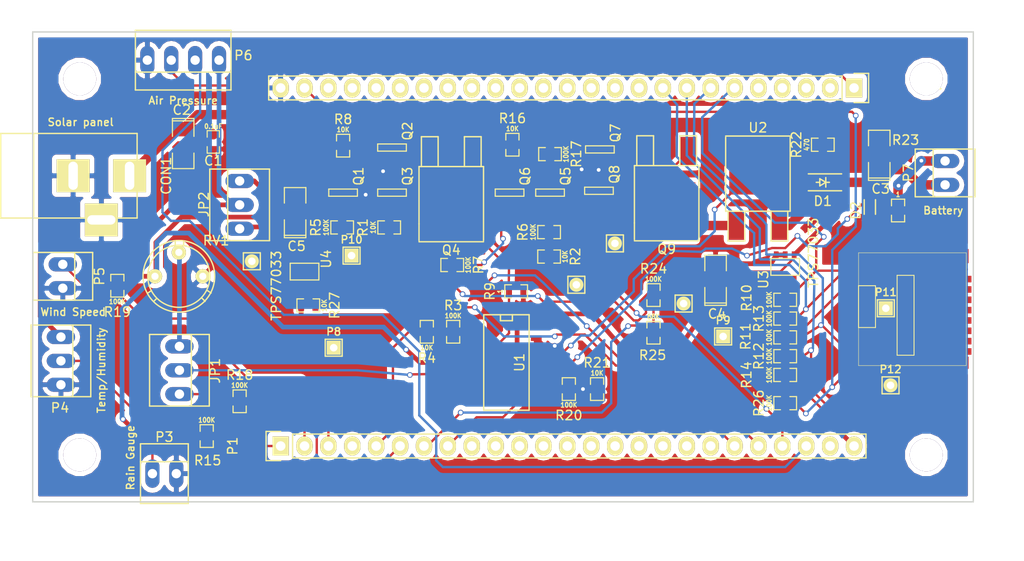
<source format=kicad_pcb>
(kicad_pcb (version 4) (host pcbnew 4.0.7-e2-6376~58~ubuntu14.04.1)
  (layers (0 F.Cu signal) (31 B.Cu signal) (34 B.Paste user hide) (35 F.Paste user hide) (36 B.SilkS user hide) (37 F.SilkS user) (38 B.Mask user hide) (39 F.Mask user hide) (44 Edge.Cuts user))
  (net 0 "")
  (net 1 "Net-(C1-Pad1)")
  (net 2 Earth)
  (net 3 +3.3V)
  (net 4 "Net-(D1-Pad2)")
  (net 5 "Net-(D2-Pad1)")
  (net 6 "Net-(JP1-Pad1)")
  (net 7 "Net-(JP1-Pad2)")
  (net 8 PA5)
  (net 9 PA0)
  (net 10 PA1)
  (net 11 PA2)
  (net 12 "Net-(P1-Pad4)")
  (net 13 PA4)
  (net 14 PA6)
  (net 15 PA7)
  (net 16 "Net-(P1-Pad10)")
  (net 17 "Net-(P1-Pad11)")
  (net 18 "Net-(P1-Pad12)")
  (net 19 "Net-(P1-Pad13)")
  (net 20 "Net-(P1-Pad14)")
  (net 21 "Net-(P1-Pad15)")
  (net 22 "Net-(P1-Pad16)")
  (net 23 "Net-(P1-Pad17)")
  (net 24 "Net-(P1-Pad18)")
  (net 25 "Net-(P1-Pad19)")
  (net 26 PB4)
  (net 27 PB5)
  (net 28 PB6)
  (net 29 "Net-(P1-Pad24)")
  (net 30 PB7)
  (net 31 "Net-(P2-Pad2)")
  (net 32 "Net-(P2-Pad3)")
  (net 33 "Net-(P2-Pad4)")
  (net 34 "Net-(P2-Pad5)")
  (net 35 "Net-(P2-Pad10)")
  (net 36 "Net-(P2-Pad11)")
  (net 37 "Net-(P2-Pad12)")
  (net 38 "Net-(P2-Pad13)")
  (net 39 "Net-(P2-Pad14)")
  (net 40 "Net-(P2-Pad15)")
  (net 41 "Net-(P2-Pad16)")
  (net 42 "Net-(P2-Pad17)")
  (net 43 "Net-(P2-Pad18)")
  (net 44 "Net-(P2-Pad19)")
  (net 45 "Net-(P2-Pad20)")
  (net 46 "Net-(P2-Pad21)")
  (net 47 "Net-(P2-Pad22)")
  (net 48 "Net-(P2-Pad23)")
  (net 49 "Net-(Q1-Pad2)")
  (net 50 "Net-(Q1-Pad3)")
  (net 51 "Net-(Q2-Pad1)")
  (net 52 "Net-(Q4-Pad2)")
  (net 53 "Net-(Q5-Pad2)")
  (net 54 "Net-(Q5-Pad3)")
  (net 55 "Net-(Q6-Pad2)")
  (net 56 "Net-(Q7-Pad1)")
  (net 57 "Net-(Q7-Pad2)")
  (net 58 "Net-(Q9-Pad2)")
  (net 59 "Net-(R3-Pad2)")
  (net 60 "Net-(U3-Pad4)")
  (net 61 PB14)
  (net 62 RSRVD)
  (net 63 PB13)
  (net 64 "Net-(J1-Pad1)")
  (net 65 PB12)
  (net 66 PB15)
  (net 67 "Net-(R20-Pad2)")
  (net 68 "Net-(R22-Pad1)")
  (net 69 Power)
  (net 70 +3.3V-M)
  (net 71 "Net-(C5-Pad1)")
  (net 72 PD2)
  (net 73 "Net-(P1-Pad9)")
  (net 74 PB3)
  (net 75 "Net-(U1-Pad14)")
  (net 76 "Net-(U4-Pad4)")
  (module WeatherStation:SM0603_Capa (layer F.Cu) (at 79.2 66.7 270)
    (fp_text reference C1 (at 2 0 360) (layer F.SilkS))
    (fp_text value 0.1uF (at -1.651 0 360) (layer F.SilkS) (effects (font (size 0.508 0.4572) (thickness 0.1143))))
    (pad 1 smd rect (at -0.762 0 270) (size 0.635 1.143) (layers F.Cu F.Paste F.Mask) (net 1 "Net-(C1-Pad1)"))
    (pad 2 smd rect (at 0.762 0 270) (size 0.635 1.143) (layers F.Cu F.Paste F.Mask) (net 2 Earth))
  )
  (module WeatherStation:SM1206POL (layer F.Cu) (at 76 67 270)
    (fp_text reference C2 (at -3.7 0.15 360) (layer F.SilkS))
    (fp_text value 100uF hide)
    (pad 1 smd rect (at -1.651 0 270) (size 1.524 2.032) (layers F.Cu F.Paste F.Mask) (net 1 "Net-(C1-Pad1)"))
    (pad 2 smd rect (at 1.651 0 270) (size 1.524 2.032) (layers F.Cu F.Paste F.Mask) (net 2 Earth))
  )
  (module WeatherStation:SM1206POL (layer F.Cu) (at 150 68 90)
    (fp_text reference C3 (at -3.7 0.15 180) (layer F.SilkS))
    (fp_text value 100uF hide)
    (pad 1 smd rect (at -1.651 0 90) (size 1.524 2.032) (layers F.Cu F.Paste F.Mask) (net 69 Power))
    (pad 2 smd rect (at 1.651 0 90) (size 1.524 2.032) (layers F.Cu F.Paste F.Mask) (net 2 Earth))
  )
  (module WeatherStation:SM1206POL (layer F.Cu) (at 132.6 81.3 90)
    (fp_text reference C4 (at -3.7 0.15 180) (layer F.SilkS))
    (fp_text value 10uF hide)
    (pad 1 smd rect (at -1.651 0 90) (size 1.524 2.032) (layers F.Cu F.Paste F.Mask) (net 70 +3.3V-M))
    (pad 2 smd rect (at 1.651 0 90) (size 1.524 2.032) (layers F.Cu F.Paste F.Mask) (net 2 Earth))
  )
  (module WeatherStation:BARREL_JACK (layer F.Cu) (at 64.1 70.3)
    (fp_text reference CON1 (at 10.09904 0 90) (layer F.SilkS))
    (fp_text value "Solar Panel")
    (pad 1 thru_hole rect (at 6.20014 0) (size 3.50012 3.50012) (drill oval 1.00076 2.99974) (layers *.Cu *.Mask F.SilkS) (net 1 "Net-(C1-Pad1)"))
    (pad 2 thru_hole rect (at 0.20066 0) (size 3.50012 3.50012) (drill oval 1.00076 2.99974) (layers *.Cu *.Mask F.SilkS) (net 2 Earth))
    (pad 3 thru_hole rect (at 3.2004 4.699) (size 3.50012 3.50012) (drill oval 2.99974 1.00076) (layers *.Cu *.Mask F.SilkS) (net 2 Earth))
  )
  (module WeatherStation:SOD-123 (layer F.Cu) (at 144 71 180)
    (fp_text reference D1 (at 0 -2 180) (layer F.SilkS))
    (fp_text value MBR0520LT1G)
    (pad 1 smd rect (at -1.635 0 180) (size 0.91 1.22) (layers F.Cu F.Paste F.Mask) (net 69 Power))
    (pad 2 smd rect (at 1.635 0 180) (size 0.91 1.22) (layers F.Cu F.Paste F.Mask) (net 4 "Net-(D1-Pad2)"))
  )
  (module WeatherStation:SOD-523 (layer F.Cu) (at 149 74 90)
    (fp_text reference D2 (at 0 -1.5 90) (layer F.SilkS))
    (fp_text value 1N4148)
    (pad 2 smd rect (at -0.7 0 90) (size 0.6 0.7) (layers F.Cu F.Paste F.Mask) (net 2 Earth))
    (pad 1 smd rect (at 0.7 0 90) (size 0.6 0.7) (layers F.Cu F.Paste F.Mask) (net 5 "Net-(D2-Pad1)"))
  )
  (module WeatherStation:PINHEAD1-3 (layer F.Cu) (at 75.6 91 270)
    (fp_text reference JP1 (at 0.05 -3.8 270) (layer F.SilkS))
    (fp_text value JUMPER3)
    (pad 1 thru_hole oval (at -2.54 0 270) (size 1.50622 3.01498) (drill 0.99822) (layers *.Cu *.Mask) (net 6 "Net-(JP1-Pad1)"))
    (pad 2 thru_hole oval (at 0 0 270) (size 1.50622 3.01498) (drill 0.99822) (layers *.Cu *.Mask) (net 7 "Net-(JP1-Pad2)"))
    (pad 3 thru_hole oval (at 2.54 0 270) (size 1.50622 3.01498) (drill 0.99822) (layers *.Cu *.Mask) (net 8 PA5))
  )
  (module WeatherStation:Pin_Header_Straight_1x25 (layer F.Cu) (at 86.36 99.06 90)
    (fp_text reference P1 (at 0 -5.1 90) (layer F.SilkS))
    (fp_text value CONN_01X25)
    (pad 1 thru_hole rect (at 0 0 90) (size 2.032 1.7272) (drill 1.016) (layers *.Cu *.Mask F.SilkS) (net 9 PA0))
    (pad 2 thru_hole oval (at 0 2.54 90) (size 2.032 1.7272) (drill 1.016) (layers *.Cu *.Mask F.SilkS) (net 10 PA1))
    (pad 3 thru_hole oval (at 0 5.08 90) (size 2.032 1.7272) (drill 1.016) (layers *.Cu *.Mask F.SilkS) (net 11 PA2))
    (pad 4 thru_hole oval (at 0 7.62 90) (size 2.032 1.7272) (drill 1.016) (layers *.Cu *.Mask F.SilkS) (net 12 "Net-(P1-Pad4)"))
    (pad 5 thru_hole oval (at 0 10.16 90) (size 2.032 1.7272) (drill 1.016) (layers *.Cu *.Mask F.SilkS) (net 13 PA4))
    (pad 6 thru_hole oval (at 0 12.7 90) (size 2.032 1.7272) (drill 1.016) (layers *.Cu *.Mask F.SilkS) (net 8 PA5))
    (pad 7 thru_hole oval (at 0 15.24 90) (size 2.032 1.7272) (drill 1.016) (layers *.Cu *.Mask F.SilkS) (net 14 PA6))
    (pad 8 thru_hole oval (at 0 17.78 90) (size 2.032 1.7272) (drill 1.016) (layers *.Cu *.Mask F.SilkS) (net 15 PA7))
    (pad 9 thru_hole oval (at 0 20.32 90) (size 2.032 1.7272) (drill 1.016) (layers *.Cu *.Mask F.SilkS) (net 73 "Net-(P1-Pad9)"))
    (pad 10 thru_hole oval (at 0 22.86 90) (size 2.032 1.7272) (drill 1.016) (layers *.Cu *.Mask F.SilkS) (net 16 "Net-(P1-Pad10)"))
    (pad 11 thru_hole oval (at 0 25.4 90) (size 2.032 1.7272) (drill 1.016) (layers *.Cu *.Mask F.SilkS) (net 17 "Net-(P1-Pad11)"))
    (pad 12 thru_hole oval (at 0 27.94 90) (size 2.032 1.7272) (drill 1.016) (layers *.Cu *.Mask F.SilkS) (net 18 "Net-(P1-Pad12)"))
    (pad 13 thru_hole oval (at 0 30.48 90) (size 2.032 1.7272) (drill 1.016) (layers *.Cu *.Mask F.SilkS) (net 19 "Net-(P1-Pad13)"))
    (pad 14 thru_hole oval (at 0 33.02 90) (size 2.032 1.7272) (drill 1.016) (layers *.Cu *.Mask F.SilkS) (net 20 "Net-(P1-Pad14)"))
    (pad 15 thru_hole oval (at 0 35.56 90) (size 2.032 1.7272) (drill 1.016) (layers *.Cu *.Mask F.SilkS) (net 21 "Net-(P1-Pad15)"))
    (pad 16 thru_hole oval (at 0 38.1 90) (size 2.032 1.7272) (drill 1.016) (layers *.Cu *.Mask F.SilkS) (net 22 "Net-(P1-Pad16)"))
    (pad 17 thru_hole oval (at 0 40.64 90) (size 2.032 1.7272) (drill 1.016) (layers *.Cu *.Mask F.SilkS) (net 23 "Net-(P1-Pad17)"))
    (pad 18 thru_hole oval (at 0 43.18 90) (size 2.032 1.7272) (drill 1.016) (layers *.Cu *.Mask F.SilkS) (net 24 "Net-(P1-Pad18)"))
    (pad 19 thru_hole oval (at 0 45.72 90) (size 2.032 1.7272) (drill 1.016) (layers *.Cu *.Mask F.SilkS) (net 25 "Net-(P1-Pad19)"))
    (pad 20 thru_hole oval (at 0 48.26 90) (size 2.032 1.7272) (drill 1.016) (layers *.Cu *.Mask F.SilkS) (net 74 PB3))
    (pad 21 thru_hole oval (at 0 50.8 90) (size 2.032 1.7272) (drill 1.016) (layers *.Cu *.Mask F.SilkS) (net 26 PB4))
    (pad 22 thru_hole oval (at 0 53.34 90) (size 2.032 1.7272) (drill 1.016) (layers *.Cu *.Mask F.SilkS) (net 27 PB5))
    (pad 23 thru_hole oval (at 0 55.88 90) (size 2.032 1.7272) (drill 1.016) (layers *.Cu *.Mask F.SilkS) (net 28 PB6))
    (pad 24 thru_hole oval (at 0 58.42 90) (size 2.032 1.7272) (drill 1.016) (layers *.Cu *.Mask F.SilkS) (net 29 "Net-(P1-Pad24)"))
    (pad 25 thru_hole oval (at 0 60.96 90) (size 2.032 1.7272) (drill 1.016) (layers *.Cu *.Mask F.SilkS) (net 70 +3.3V-M))
  )
  (module WeatherStation:Pin_Header_Straight_1x25 (layer F.Cu) (at 147.32 60.96 270)
    (fp_text reference P2 (at -0.66 -8.78 270) (layer F.SilkS))
    (fp_text value CONN_01X25)
    (pad 1 thru_hole rect (at 0 0 270) (size 2.032 1.7272) (drill 1.016) (layers *.Cu *.Mask F.SilkS) (net 30 PB7))
    (pad 2 thru_hole oval (at 0 2.54 270) (size 2.032 1.7272) (drill 1.016) (layers *.Cu *.Mask F.SilkS) (net 31 "Net-(P2-Pad2)"))
    (pad 3 thru_hole oval (at 0 5.08 270) (size 2.032 1.7272) (drill 1.016) (layers *.Cu *.Mask F.SilkS) (net 32 "Net-(P2-Pad3)"))
    (pad 4 thru_hole oval (at 0 7.62 270) (size 2.032 1.7272) (drill 1.016) (layers *.Cu *.Mask F.SilkS) (net 33 "Net-(P2-Pad4)"))
    (pad 5 thru_hole oval (at 0 10.16 270) (size 2.032 1.7272) (drill 1.016) (layers *.Cu *.Mask F.SilkS) (net 34 "Net-(P2-Pad5)"))
    (pad 6 thru_hole oval (at 0 12.7 270) (size 2.032 1.7272) (drill 1.016) (layers *.Cu *.Mask F.SilkS) (net 65 PB12))
    (pad 7 thru_hole oval (at 0 15.24 270) (size 2.032 1.7272) (drill 1.016) (layers *.Cu *.Mask F.SilkS) (net 63 PB13))
    (pad 8 thru_hole oval (at 0 17.78 270) (size 2.032 1.7272) (drill 1.016) (layers *.Cu *.Mask F.SilkS) (net 61 PB14))
    (pad 9 thru_hole oval (at 0 20.32 270) (size 2.032 1.7272) (drill 1.016) (layers *.Cu *.Mask F.SilkS) (net 66 PB15))
    (pad 10 thru_hole oval (at 0 22.86 270) (size 2.032 1.7272) (drill 1.016) (layers *.Cu *.Mask F.SilkS) (net 35 "Net-(P2-Pad10)"))
    (pad 11 thru_hole oval (at 0 25.4 270) (size 2.032 1.7272) (drill 1.016) (layers *.Cu *.Mask F.SilkS) (net 36 "Net-(P2-Pad11)"))
    (pad 12 thru_hole oval (at 0 27.94 270) (size 2.032 1.7272) (drill 1.016) (layers *.Cu *.Mask F.SilkS) (net 37 "Net-(P2-Pad12)"))
    (pad 13 thru_hole oval (at 0 30.48 270) (size 2.032 1.7272) (drill 1.016) (layers *.Cu *.Mask F.SilkS) (net 38 "Net-(P2-Pad13)"))
    (pad 14 thru_hole oval (at 0 33.02 270) (size 2.032 1.7272) (drill 1.016) (layers *.Cu *.Mask F.SilkS) (net 39 "Net-(P2-Pad14)"))
    (pad 15 thru_hole oval (at 0 35.56 270) (size 2.032 1.7272) (drill 1.016) (layers *.Cu *.Mask F.SilkS) (net 40 "Net-(P2-Pad15)"))
    (pad 16 thru_hole oval (at 0 38.1 270) (size 2.032 1.7272) (drill 1.016) (layers *.Cu *.Mask F.SilkS) (net 41 "Net-(P2-Pad16)"))
    (pad 17 thru_hole oval (at 0 40.64 270) (size 2.032 1.7272) (drill 1.016) (layers *.Cu *.Mask F.SilkS) (net 42 "Net-(P2-Pad17)"))
    (pad 18 thru_hole oval (at 0 43.18 270) (size 2.032 1.7272) (drill 1.016) (layers *.Cu *.Mask F.SilkS) (net 43 "Net-(P2-Pad18)"))
    (pad 19 thru_hole oval (at 0 45.72 270) (size 2.032 1.7272) (drill 1.016) (layers *.Cu *.Mask F.SilkS) (net 44 "Net-(P2-Pad19)"))
    (pad 20 thru_hole oval (at 0 48.26 270) (size 2.032 1.7272) (drill 1.016) (layers *.Cu *.Mask F.SilkS) (net 45 "Net-(P2-Pad20)"))
    (pad 21 thru_hole oval (at 0 50.8 270) (size 2.032 1.7272) (drill 1.016) (layers *.Cu *.Mask F.SilkS) (net 46 "Net-(P2-Pad21)"))
    (pad 22 thru_hole oval (at 0 53.34 270) (size 2.032 1.7272) (drill 1.016) (layers *.Cu *.Mask F.SilkS) (net 47 "Net-(P2-Pad22)"))
    (pad 23 thru_hole oval (at 0 55.88 270) (size 2.032 1.7272) (drill 1.016) (layers *.Cu *.Mask F.SilkS) (net 48 "Net-(P2-Pad23)"))
    (pad 24 thru_hole oval (at 0 58.42 270) (size 2.032 1.7272) (drill 1.016) (layers *.Cu *.Mask F.SilkS) (net 72 PD2))
    (pad 25 thru_hole oval (at 0 60.96 270) (size 2.032 1.7272) (drill 1.016) (layers *.Cu *.Mask F.SilkS) (net 2 Earth))
  )
  (module WeatherStation:PINHEAD1-2 (layer F.Cu) (at 74 102)
    (fp_text reference P3 (at 0 -3.9) (layer F.SilkS))
    (fp_text value "Rain Gauge")
    (pad 1 thru_hole oval (at -1.27 0) (size 1.50622 3.01498) (drill 0.99822) (layers *.Cu *.Mask) (net 9 PA0))
    (pad 2 thru_hole oval (at 1.27 0) (size 1.50622 3.01498) (drill 0.99822) (layers *.Cu *.Mask) (net 2 Earth))
  )
  (module WeatherStation:PINHEAD1-3 (layer F.Cu) (at 63 90 270)
    (fp_text reference P4 (at 5 0.1 360) (layer F.SilkS))
    (fp_text value Temperature/Humidity)
    (pad 1 thru_hole oval (at -2.54 0 270) (size 1.50622 3.01498) (drill 0.99822) (layers *.Cu *.Mask) (net 3 +3.3V))
    (pad 2 thru_hole oval (at 0 0 270) (size 1.50622 3.01498) (drill 0.99822) (layers *.Cu *.Mask) (net 10 PA1))
    (pad 3 thru_hole oval (at 2.54 0 270) (size 1.50622 3.01498) (drill 0.99822) (layers *.Cu *.Mask) (net 2 Earth))
  )
  (module WeatherStation:PINHEAD1-2 (layer F.Cu) (at 63.2 81 270)
    (fp_text reference P5 (at 0 -3.9 270) (layer F.SilkS))
    (fp_text value "Wind Speed")
    (pad 1 thru_hole oval (at -1.27 0 270) (size 1.50622 3.01498) (drill 0.99822) (layers *.Cu *.Mask) (net 11 PA2))
    (pad 2 thru_hole oval (at 1.27 0 270) (size 1.50622 3.01498) (drill 0.99822) (layers *.Cu *.Mask) (net 2 Earth))
  )
  (module WeatherStation:PINHEAD1-4 (layer F.Cu) (at 76 58 180)
    (fp_text reference P6 (at -6.4 0.5 180) (layer F.SilkS))
    (fp_text value "Air Pressure")
    (pad 4 thru_hole oval (at 3.81 0 180) (size 1.50622 3.01498) (drill 0.99822) (layers *.Cu *.Mask) (net 2 Earth))
    (pad 1 thru_hole oval (at -3.81 0 180) (size 1.50622 3.01498) (drill 0.99822) (layers *.Cu *.Mask) (net 3 +3.3V))
    (pad 2 thru_hole oval (at -1.27 0 180) (size 1.50622 3.01498) (drill 0.99822) (layers *.Cu *.Mask) (net 28 PB6))
    (pad 3 thru_hole oval (at 1.27 0 180) (size 1.50622 3.01498) (drill 0.99822) (layers *.Cu *.Mask) (net 30 PB7))
  )
  (module WeatherStation:PINHEAD1-2 (layer F.Cu) (at 157 70 90)
    (fp_text reference P7 (at 0 -3.9 90) (layer F.SilkS))
    (fp_text value Battery)
    (pad 1 thru_hole oval (at -1.27 0 90) (size 1.50622 3.01498) (drill 0.99822) (layers *.Cu *.Mask) (net 69 Power))
    (pad 2 thru_hole oval (at 1.27 0 90) (size 1.50622 3.01498) (drill 0.99822) (layers *.Cu *.Mask) (net 5 "Net-(D2-Pad1)"))
  )
  (module WeatherStation:SOT23EBC (layer F.Cu) (at 93 72.1 180)
    (fp_text reference Q1 (at -1.65 1.75 270) (layer F.SilkS))
    (fp_text value MMBT3904 hide)
    (pad 1 smd rect (at -0.889 -1.016 180) (size 0.9144 0.9144) (layers F.Cu F.Paste F.Mask) (net 2 Earth))
    (pad 2 smd rect (at 0.889 -1.016 180) (size 0.9144 0.9144) (layers F.Cu F.Paste F.Mask) (net 49 "Net-(Q1-Pad2)"))
    (pad 3 smd rect (at 0 1.016 180) (size 0.9144 0.9144) (layers F.Cu F.Paste F.Mask) (net 50 "Net-(Q1-Pad3)"))
  )
  (module WeatherStation:SOT23EBC (layer F.Cu) (at 98.2 67.3 180)
    (fp_text reference Q2 (at -1.65 1.75 270) (layer F.SilkS))
    (fp_text value MMBT3904 hide)
    (pad 1 smd rect (at -0.889 -1.016 180) (size 0.9144 0.9144) (layers F.Cu F.Paste F.Mask) (net 51 "Net-(Q2-Pad1)"))
    (pad 2 smd rect (at 0.889 -1.016 180) (size 0.9144 0.9144) (layers F.Cu F.Paste F.Mask) (net 50 "Net-(Q1-Pad3)"))
    (pad 3 smd rect (at 0 1.016 180) (size 0.9144 0.9144) (layers F.Cu F.Paste F.Mask) (net 1 "Net-(C1-Pad1)"))
  )
  (module WeatherStation:SOT23EBC (layer F.Cu) (at 98.2 72.1 180)
    (fp_text reference Q3 (at -1.65 1.75 270) (layer F.SilkS))
    (fp_text value MMBT3906 hide)
    (pad 1 smd rect (at -0.889 -1.016 180) (size 0.9144 0.9144) (layers F.Cu F.Paste F.Mask) (net 51 "Net-(Q2-Pad1)"))
    (pad 2 smd rect (at 0.889 -1.016 180) (size 0.9144 0.9144) (layers F.Cu F.Paste F.Mask) (net 50 "Net-(Q1-Pad3)"))
    (pad 3 smd rect (at 0 1.016 180) (size 0.9144 0.9144) (layers F.Cu F.Paste F.Mask) (net 2 Earth))
  )
  (module WeatherStation:TO-252-2Lead (layer F.Cu) (at 104.5 67.8 180)
    (fp_text reference Q4 (at 0 -10.414 180) (layer F.SilkS))
    (fp_text value SUD45P03-12-GE3)
    (pad 1 smd rect (at -2.286 0 180) (size 1.651 3.048) (layers F.Cu F.Paste F.Mask) (net 51 "Net-(Q2-Pad1)"))
    (pad 2 smd rect (at 0 -6.35 180) (size 6.096 6.096) (layers F.Cu F.Paste F.Mask) (net 52 "Net-(Q4-Pad2)"))
    (pad 3 smd rect (at 2.286 0 180) (size 1.651 3.048) (layers F.Cu F.Paste F.Mask) (net 1 "Net-(C1-Pad1)"))
  )
  (module WeatherStation:SOT23EBC (layer F.Cu) (at 115 72.1 180)
    (fp_text reference Q5 (at -1.65 1.75 270) (layer F.SilkS))
    (fp_text value MMBT3904 hide)
    (pad 1 smd rect (at -0.889 -1.016 180) (size 0.9144 0.9144) (layers F.Cu F.Paste F.Mask) (net 2 Earth))
    (pad 2 smd rect (at 0.889 -1.016 180) (size 0.9144 0.9144) (layers F.Cu F.Paste F.Mask) (net 53 "Net-(Q5-Pad2)"))
    (pad 3 smd rect (at 0 1.016 180) (size 0.9144 0.9144) (layers F.Cu F.Paste F.Mask) (net 54 "Net-(Q5-Pad3)"))
  )
  (module WeatherStation:SOT23EBC (layer F.Cu) (at 110.7 72.1 180)
    (fp_text reference Q6 (at -1.65 1.75 270) (layer F.SilkS))
    (fp_text value MMBT3904 hide)
    (pad 1 smd rect (at -0.889 -1.016 180) (size 0.9144 0.9144) (layers F.Cu F.Paste F.Mask) (net 2 Earth))
    (pad 2 smd rect (at 0.889 -1.016 180) (size 0.9144 0.9144) (layers F.Cu F.Paste F.Mask) (net 55 "Net-(Q6-Pad2)"))
    (pad 3 smd rect (at 0 1.016 180) (size 0.9144 0.9144) (layers F.Cu F.Paste F.Mask) (net 54 "Net-(Q5-Pad3)"))
  )
  (module WeatherStation:SOT23EBC (layer F.Cu) (at 120.3 67.5 180)
    (fp_text reference Q7 (at -1.65 1.75 270) (layer F.SilkS))
    (fp_text value MMBT3904 hide)
    (pad 1 smd rect (at -0.889 -1.016 180) (size 0.9144 0.9144) (layers F.Cu F.Paste F.Mask) (net 56 "Net-(Q7-Pad1)"))
    (pad 2 smd rect (at 0.889 -1.016 180) (size 0.9144 0.9144) (layers F.Cu F.Paste F.Mask) (net 57 "Net-(Q7-Pad2)"))
    (pad 3 smd rect (at 0 1.016 180) (size 0.9144 0.9144) (layers F.Cu F.Paste F.Mask) (net 1 "Net-(C1-Pad1)"))
  )
  (module WeatherStation:SOT23EBC (layer F.Cu) (at 120.2 71.9 180)
    (fp_text reference Q8 (at -1.65 1.75 270) (layer F.SilkS))
    (fp_text value MMBT3906 hide)
    (pad 1 smd rect (at -0.889 -1.016 180) (size 0.9144 0.9144) (layers F.Cu F.Paste F.Mask) (net 56 "Net-(Q7-Pad1)"))
    (pad 2 smd rect (at 0.889 -1.016 180) (size 0.9144 0.9144) (layers F.Cu F.Paste F.Mask) (net 57 "Net-(Q7-Pad2)"))
    (pad 3 smd rect (at 0 1.016 180) (size 0.9144 0.9144) (layers F.Cu F.Paste F.Mask) (net 2 Earth))
  )
  (module WeatherStation:TO-252-2Lead (layer F.Cu) (at 127.4 67.7 180)
    (fp_text reference Q9 (at 0 -10.414 180) (layer F.SilkS))
    (fp_text value SUD45P03-12-GE3)
    (pad 1 smd rect (at -2.286 0 180) (size 1.651 3.048) (layers F.Cu F.Paste F.Mask) (net 56 "Net-(Q7-Pad1)"))
    (pad 2 smd rect (at 0 -6.35 180) (size 6.096 6.096) (layers F.Cu F.Paste F.Mask) (net 58 "Net-(Q9-Pad2)"))
    (pad 3 smd rect (at 2.286 0 180) (size 1.651 3.048) (layers F.Cu F.Paste F.Mask) (net 1 "Net-(C1-Pad1)"))
  )
  (module WeatherStation:SM0603_Resistor (layer F.Cu) (at 97.9 75.8)
    (fp_text reference R1 (at -2.8 0 90) (layer F.SilkS))
    (fp_text value 10K (at -1.69926 0 90) (layer F.SilkS) (effects (font (size 0.508 0.4572) (thickness 0.1143))))
    (pad 1 smd rect (at -0.762 0) (size 0.635 1.143) (layers F.Cu F.Paste F.Mask) (net 26 PB4))
    (pad 2 smd rect (at 0.762 0) (size 0.635 1.143) (layers F.Cu F.Paste F.Mask) (net 2 Earth))
  )
  (module WeatherStation:SM0603_Resistor (layer F.Cu) (at 114.9 78.9 180)
    (fp_text reference R2 (at -2.8 0 270) (layer F.SilkS))
    (fp_text value 10K (at -1.69926 0 270) (layer F.SilkS) (effects (font (size 0.508 0.4572) (thickness 0.1143))))
    (pad 1 smd rect (at -0.762 0 180) (size 0.635 1.143) (layers F.Cu F.Paste F.Mask) (net 27 PB5))
    (pad 2 smd rect (at 0.762 0 180) (size 0.635 1.143) (layers F.Cu F.Paste F.Mask) (net 2 Earth))
  )
  (module WeatherStation:SM0603_Resistor (layer F.Cu) (at 104.7 86.9 270)
    (fp_text reference R3 (at -2.8 0 360) (layer F.SilkS))
    (fp_text value 100K (at -1.69926 0 360) (layer F.SilkS) (effects (font (size 0.508 0.4572) (thickness 0.1143))))
    (pad 1 smd rect (at -0.762 0 270) (size 0.635 1.143) (layers F.Cu F.Paste F.Mask) (net 13 PA4))
    (pad 2 smd rect (at 0.762 0 270) (size 0.635 1.143) (layers F.Cu F.Paste F.Mask) (net 59 "Net-(R3-Pad2)"))
  )
  (module WeatherStation:SM0603_Resistor (layer F.Cu) (at 101.9 86.9 90)
    (fp_text reference R4 (at -2.8 0 180) (layer F.SilkS))
    (fp_text value 10K (at -1.69926 0 180) (layer F.SilkS) (effects (font (size 0.508 0.4572) (thickness 0.1143))))
    (pad 1 smd rect (at -0.762 0 90) (size 0.635 1.143) (layers F.Cu F.Paste F.Mask) (net 59 "Net-(R3-Pad2)"))
    (pad 2 smd rect (at 0.762 0 90) (size 0.635 1.143) (layers F.Cu F.Paste F.Mask) (net 2 Earth))
  )
  (module WeatherStation:SM0603_Resistor (layer F.Cu) (at 92.9 75.8)
    (fp_text reference R5 (at -2.8 0 90) (layer F.SilkS))
    (fp_text value 100K (at -1.69926 0 90) (layer F.SilkS) (effects (font (size 0.508 0.4572) (thickness 0.1143))))
    (pad 1 smd rect (at -0.762 0) (size 0.635 1.143) (layers F.Cu F.Paste F.Mask) (net 49 "Net-(Q1-Pad2)"))
    (pad 2 smd rect (at 0.762 0) (size 0.635 1.143) (layers F.Cu F.Paste F.Mask) (net 26 PB4))
  )
  (module WeatherStation:SM0603_Resistor (layer F.Cu) (at 114.9 76.3)
    (fp_text reference R6 (at -2.8 0 90) (layer F.SilkS))
    (fp_text value 100K (at -1.69926 0 90) (layer F.SilkS) (effects (font (size 0.508 0.4572) (thickness 0.1143))))
    (pad 1 smd rect (at -0.762 0) (size 0.635 1.143) (layers F.Cu F.Paste F.Mask) (net 53 "Net-(Q5-Pad2)"))
    (pad 2 smd rect (at 0.762 0) (size 0.635 1.143) (layers F.Cu F.Paste F.Mask) (net 27 PB5))
  )
  (module WeatherStation:SM0603_Resistor (layer F.Cu) (at 104.6 79.8 180)
    (fp_text reference R7 (at -2.8 0 270) (layer F.SilkS))
    (fp_text value 100K (at -1.69926 0 270) (layer F.SilkS) (effects (font (size 0.508 0.4572) (thickness 0.1143))))
    (pad 1 smd rect (at -0.762 0 180) (size 0.635 1.143) (layers F.Cu F.Paste F.Mask) (net 55 "Net-(Q6-Pad2)"))
    (pad 2 smd rect (at 0.762 0 180) (size 0.635 1.143) (layers F.Cu F.Paste F.Mask) (net 26 PB4))
  )
  (module WeatherStation:SM0603_Resistor (layer F.Cu) (at 93 67.1 270)
    (fp_text reference R8 (at -2.8 0 360) (layer F.SilkS))
    (fp_text value 10K (at -1.69926 0 360) (layer F.SilkS) (effects (font (size 0.508 0.4572) (thickness 0.1143))))
    (pad 1 smd rect (at -0.762 0 270) (size 0.635 1.143) (layers F.Cu F.Paste F.Mask) (net 1 "Net-(C1-Pad1)"))
    (pad 2 smd rect (at 0.762 0 270) (size 0.635 1.143) (layers F.Cu F.Paste F.Mask) (net 50 "Net-(Q1-Pad3)"))
  )
  (module WeatherStation:SM0603_Resistor (layer F.Cu) (at 111.4 82.6)
    (fp_text reference R9 (at -2.8 0 90) (layer F.SilkS))
    (fp_text value 1 (at -1.69926 0 90) (layer F.SilkS) (effects (font (size 0.508 0.4572) (thickness 0.1143))))
    (pad 1 smd rect (at -0.762 0) (size 0.635 1.143) (layers F.Cu F.Paste F.Mask) (net 52 "Net-(Q4-Pad2)"))
    (pad 2 smd rect (at 0.762 0) (size 0.635 1.143) (layers F.Cu F.Paste F.Mask) (net 2 Earth))
  )
  (module WeatherStation:SM0603_Resistor (layer F.Cu) (at 140 83.5)
    (fp_text reference R10 (at -4.1 -0.2 90) (layer F.SilkS))
    (fp_text value 100K (at -1.69926 0 90) (layer F.SilkS) (effects (font (size 0.508 0.4572) (thickness 0.1143))))
    (pad 1 smd rect (at -0.762 0) (size 0.635 1.143) (layers F.Cu F.Paste F.Mask) (net 70 +3.3V-M))
    (pad 2 smd rect (at 0.762 0) (size 0.635 1.143) (layers F.Cu F.Paste F.Mask) (net 65 PB12))
  )
  (module WeatherStation:SM0603_Resistor (layer F.Cu) (at 140 87.5)
    (fp_text reference R11 (at -4.2 -0.1 90) (layer F.SilkS))
    (fp_text value 100K (at -1.69926 0 90) (layer F.SilkS) (effects (font (size 0.508 0.4572) (thickness 0.1143))))
    (pad 1 smd rect (at -0.762 0) (size 0.635 1.143) (layers F.Cu F.Paste F.Mask) (net 70 +3.3V-M))
    (pad 2 smd rect (at 0.762 0) (size 0.635 1.143) (layers F.Cu F.Paste F.Mask) (net 63 PB13))
  )
  (module WeatherStation:SM0603_Resistor (layer F.Cu) (at 140 89.5)
    (fp_text reference R12 (at -2.8 0 90) (layer F.SilkS))
    (fp_text value 100K (at -1.69926 0 90) (layer F.SilkS) (effects (font (size 0.508 0.4572) (thickness 0.1143))))
    (pad 1 smd rect (at -0.762 0) (size 0.635 1.143) (layers F.Cu F.Paste F.Mask) (net 70 +3.3V-M))
    (pad 2 smd rect (at 0.762 0) (size 0.635 1.143) (layers F.Cu F.Paste F.Mask) (net 61 PB14))
  )
  (module WeatherStation:SM0603_Resistor (layer F.Cu) (at 140 85.5)
    (fp_text reference R13 (at -2.8 0 90) (layer F.SilkS))
    (fp_text value 100K (at -1.69926 0 90) (layer F.SilkS) (effects (font (size 0.508 0.4572) (thickness 0.1143))))
    (pad 1 smd rect (at -0.762 0) (size 0.635 1.143) (layers F.Cu F.Paste F.Mask) (net 70 +3.3V-M))
    (pad 2 smd rect (at 0.762 0) (size 0.635 1.143) (layers F.Cu F.Paste F.Mask) (net 66 PB15))
  )
  (module WeatherStation:SM0603_Resistor (layer F.Cu) (at 140 91.5)
    (fp_text reference R14 (at -4.1 0 90) (layer F.SilkS))
    (fp_text value 100K (at -1.69926 0 90) (layer F.SilkS) (effects (font (size 0.508 0.4572) (thickness 0.1143))))
    (pad 1 smd rect (at -0.762 0) (size 0.635 1.143) (layers F.Cu F.Paste F.Mask) (net 70 +3.3V-M))
    (pad 2 smd rect (at 0.762 0) (size 0.635 1.143) (layers F.Cu F.Paste F.Mask) (net 62 RSRVD))
  )
  (module WeatherStation:SM0603_Resistor (layer F.Cu) (at 78.5 98 270)
    (fp_text reference R15 (at 2.6 -0.1 360) (layer F.SilkS))
    (fp_text value 100K (at -1.69926 0 360) (layer F.SilkS) (effects (font (size 0.508 0.4572) (thickness 0.1143))))
    (pad 1 smd rect (at -0.762 0 270) (size 0.635 1.143) (layers F.Cu F.Paste F.Mask) (net 70 +3.3V-M))
    (pad 2 smd rect (at 0.762 0 270) (size 0.635 1.143) (layers F.Cu F.Paste F.Mask) (net 9 PA0))
  )
  (module WeatherStation:SM0603_Resistor (layer F.Cu) (at 111 67 270)
    (fp_text reference R16 (at -2.8 0 360) (layer F.SilkS))
    (fp_text value 10K (at -1.69926 0 360) (layer F.SilkS) (effects (font (size 0.508 0.4572) (thickness 0.1143))))
    (pad 1 smd rect (at -0.762 0 270) (size 0.635 1.143) (layers F.Cu F.Paste F.Mask) (net 1 "Net-(C1-Pad1)"))
    (pad 2 smd rect (at 0.762 0 270) (size 0.635 1.143) (layers F.Cu F.Paste F.Mask) (net 54 "Net-(Q5-Pad3)"))
  )
  (module WeatherStation:SM0603_Resistor (layer F.Cu) (at 115 68 180)
    (fp_text reference R17 (at -2.8 0 270) (layer F.SilkS))
    (fp_text value 100K (at -1.69926 0 270) (layer F.SilkS) (effects (font (size 0.508 0.4572) (thickness 0.1143))))
    (pad 1 smd rect (at -0.762 0 180) (size 0.635 1.143) (layers F.Cu F.Paste F.Mask) (net 57 "Net-(Q7-Pad2)"))
    (pad 2 smd rect (at 0.762 0 180) (size 0.635 1.143) (layers F.Cu F.Paste F.Mask) (net 54 "Net-(Q5-Pad3)"))
  )
  (module WeatherStation:SM0603_Resistor (layer F.Cu) (at 82 94.3 270)
    (fp_text reference R18 (at -2.8 0 360) (layer F.SilkS))
    (fp_text value 100K (at -1.69926 0 360) (layer F.SilkS) (effects (font (size 0.508 0.4572) (thickness 0.1143))))
    (pad 1 smd rect (at -0.762 0 270) (size 0.635 1.143) (layers F.Cu F.Paste F.Mask) (net 8 PA5))
    (pad 2 smd rect (at 0.762 0 270) (size 0.635 1.143) (layers F.Cu F.Paste F.Mask) (net 2 Earth))
  )
  (module WeatherStation:SM0603_Resistor (layer F.Cu) (at 69 82 90)
    (fp_text reference R19 (at -2.8 0 180) (layer F.SilkS))
    (fp_text value 100K (at -1.69926 0 180) (layer F.SilkS) (effects (font (size 0.508 0.4572) (thickness 0.1143))))
    (pad 1 smd rect (at -0.762 0 90) (size 0.635 1.143) (layers F.Cu F.Paste F.Mask) (net 11 PA2))
    (pad 2 smd rect (at 0.762 0 90) (size 0.635 1.143) (layers F.Cu F.Paste F.Mask) (net 70 +3.3V-M))
  )
  (module WeatherStation:SM0603_Resistor (layer F.Cu) (at 117 93 90)
    (fp_text reference R20 (at -2.8 0 180) (layer F.SilkS))
    (fp_text value 100K (at -1.69926 0 180) (layer F.SilkS) (effects (font (size 0.508 0.4572) (thickness 0.1143))))
    (pad 1 smd rect (at -0.762 0 90) (size 0.635 1.143) (layers F.Cu F.Paste F.Mask) (net 15 PA7))
    (pad 2 smd rect (at 0.762 0 90) (size 0.635 1.143) (layers F.Cu F.Paste F.Mask) (net 67 "Net-(R20-Pad2)"))
  )
  (module WeatherStation:TO-252-2Lead (layer F.Cu) (at 137.1 75.6)
    (fp_text reference U2 (at 0 -10.414) (layer F.SilkS))
    (fp_text value 78M05)
    (pad 1 smd rect (at -2.286 0) (size 1.651 3.048) (layers F.Cu F.Paste F.Mask) (net 58 "Net-(Q9-Pad2)"))
    (pad 2 smd rect (at 0 -6.35) (size 6.096 6.096) (layers F.Cu F.Paste F.Mask) (net 68 "Net-(R22-Pad1)"))
    (pad 3 smd rect (at 2.286 0) (size 1.651 3.048) (layers F.Cu F.Paste F.Mask) (net 4 "Net-(D1-Pad2)"))
  )
  (module WeatherStation:SOT23-5 (layer F.Cu) (at 140 80 180)
    (fp_text reference U3 (at 2.31 -1.34 270) (layer F.SilkS))
    (fp_text value TPS77033 (at -3 1.5 270) (layer F.SilkS))
    (pad 1 smd rect (at -0.9525 1.27 180) (size 0.508 0.762) (layers F.Cu F.Paste F.Mask) (net 69 Power))
    (pad 3 smd rect (at 0.9525 1.27 180) (size 0.508 0.762) (layers F.Cu F.Paste F.Mask) (net 2 Earth))
    (pad 5 smd rect (at -0.9525 -1.27 180) (size 0.508 0.762) (layers F.Cu F.Paste F.Mask) (net 70 +3.3V-M))
    (pad 2 smd rect (at 0 1.27 180) (size 0.508 0.762) (layers F.Cu F.Paste F.Mask) (net 2 Earth))
    (pad 4 smd rect (at 0.9525 -1.27 180) (size 0.508 0.762) (layers F.Cu F.Paste F.Mask) (net 60 "Net-(U3-Pad4)"))
  )
  (module Potentiometers:Potentiometer_Bourns_3339P_Angular_ScrewUp (layer F.Cu) (at 73 81)
    (fp_text reference RV1 (at 6.5 -3.8) (layer F.SilkS))
    (fp_text value 100K)
    (pad 2 thru_hole circle (at 2.54 -2.54) (size 1.524 1.524) (drill 0.762) (layers *.Cu *.Mask F.SilkS) (net 6 "Net-(JP1-Pad1)"))
    (pad 1 thru_hole circle (at 0 0) (size 1.524 1.524) (drill 0.762) (layers *.Cu *.Mask F.SilkS) (net 70 +3.3V-M))
    (pad 3 thru_hole circle (at 5.08 0) (size 1.524 1.524) (drill 0.762) (layers *.Cu *.Mask F.SilkS) (net 2 Earth))
  )
  (module WeatherStation:MountingHole_3-5mm (layer F.Cu) (at 65 100)
    (fp_text reference "" (at 0 -4.50088) (layer F.SilkS))
    (fp_text value MountingHole_3-5mm)
    (pad 1 thru_hole circle (at 0 0) (size 3.5 3.5) (drill 3.5) (layers))
  )
  (module WeatherStation:MountingHole_3-5mm (layer F.Cu) (at 155 100)
    (fp_text reference "" (at 0 -4.50088) (layer F.SilkS))
    (fp_text value MountingHole_3-5mm)
    (pad 1 thru_hole circle (at 0 0) (size 3.5 3.5) (drill 3.5) (layers))
  )
  (module WeatherStation:MountingHole_3-5mm (layer F.Cu) (at 155 60)
    (fp_text reference "" (at 0 -4.50088) (layer F.SilkS))
    (fp_text value MountingHole_3-5mm)
    (pad 1 thru_hole circle (at 0 0) (size 3.5 3.5) (drill 3.5) (layers))
  )
  (module WeatherStation:MountingHole_3-5mm (layer F.Cu) (at 65 60)
    (fp_text reference "" (at 0 -4.50088) (layer F.SilkS))
    (fp_text value MountingHole_3-5mm)
    (pad 1 thru_hole circle (at 0 0) (size 3.5 3.5) (drill 3.5) (layers))
  )
  (module WeatherStation:SM0603_Resistor (layer F.Cu) (at 120 93 270)
    (fp_text reference R21 (at -2.8 0 360) (layer F.SilkS))
    (fp_text value 10K (at -1.69926 0 360) (layer F.SilkS) (effects (font (size 0.508 0.4572) (thickness 0.1143))))
    (pad 1 smd rect (at -0.762 0 270) (size 0.635 1.143) (layers F.Cu F.Paste F.Mask) (net 67 "Net-(R20-Pad2)"))
    (pad 2 smd rect (at 0.762 0 270) (size 0.635 1.143) (layers F.Cu F.Paste F.Mask) (net 2 Earth))
  )
  (module WeatherStation:SM0603_Resistor (layer F.Cu) (at 144 67)
    (fp_text reference R22 (at -2.8 0 90) (layer F.SilkS))
    (fp_text value 470 (at -1.69926 0 90) (layer F.SilkS) (effects (font (size 0.508 0.4572) (thickness 0.1143))))
    (pad 1 smd rect (at -0.762 0) (size 0.635 1.143) (layers F.Cu F.Paste F.Mask) (net 68 "Net-(R22-Pad1)"))
    (pad 2 smd rect (at 0.762 0) (size 0.635 1.143) (layers F.Cu F.Paste F.Mask) (net 2 Earth))
  )
  (module WeatherStation:SM0603_Resistor (layer F.Cu) (at 152 74 270)
    (fp_text reference R23 (at -7.5 -0.8 360) (layer F.SilkS))
    (fp_text value 1 (at -1.69926 0 360) (layer F.SilkS) (effects (font (size 0.508 0.4572) (thickness 0.1143))))
    (pad 1 smd rect (at -0.762 0 270) (size 0.635 1.143) (layers F.Cu F.Paste F.Mask) (net 5 "Net-(D2-Pad1)"))
    (pad 2 smd rect (at 0.762 0 270) (size 0.635 1.143) (layers F.Cu F.Paste F.Mask) (net 2 Earth))
  )
  (module WeatherStation:SM0603_Resistor (layer F.Cu) (at 126 83 270)
    (fp_text reference R24 (at -2.8 0 360) (layer F.SilkS))
    (fp_text value 100K (at -1.69926 0 360) (layer F.SilkS) (effects (font (size 0.508 0.4572) (thickness 0.1143))))
    (pad 1 smd rect (at -0.762 0 270) (size 0.635 1.143) (layers F.Cu F.Paste F.Mask) (net 69 Power))
    (pad 2 smd rect (at 0.762 0 270) (size 0.635 1.143) (layers F.Cu F.Paste F.Mask) (net 14 PA6))
  )
  (module WeatherStation:SM0603_Resistor (layer F.Cu) (at 126 87 270)
    (fp_text reference R25 (at 2.4 0.1 360) (layer F.SilkS))
    (fp_text value 68K (at -1.69926 0 360) (layer F.SilkS) (effects (font (size 0.508 0.4572) (thickness 0.1143))))
    (pad 1 smd rect (at -0.762 0 270) (size 0.635 1.143) (layers F.Cu F.Paste F.Mask) (net 14 PA6))
    (pad 2 smd rect (at 0.762 0 270) (size 0.635 1.143) (layers F.Cu F.Paste F.Mask) (net 2 Earth))
  )
  (module WeatherStation:SIL-1 (layer F.Cu) (at 121.9 77.5)
    (fp_text reference "" (at 0 -1.7) (layer F.SilkS) (effects (font (size 0.8 0.8))))
    (fp_text value CONN_01X01 hide)
    (pad 1 thru_hole circle (at 0 0) (size 1.5 1.5) (drill 0.8) (layers *.Cu *.Mask F.SilkS) (net 2 Earth))
  )
  (module WeatherStation:SIL-1 (layer F.Cu) (at 117.8 81.9)
    (fp_text reference "" (at 0 -1.7) (layer F.SilkS) (effects (font (size 0.8 0.8))))
    (fp_text value CONN_01X01 hide)
    (pad 1 thru_hole circle (at 0 0) (size 1.5 1.5) (drill 0.8) (layers *.Cu *.Mask F.SilkS) (net 2 Earth))
  )
  (module WeatherStation:SIL-1 (layer F.Cu) (at 83.3 79.4)
    (fp_text reference "" (at 0 -1.7) (layer F.SilkS) (effects (font (size 0.8 0.8))))
    (fp_text value CONN_01X01 hide)
    (pad 1 thru_hole circle (at 0 0) (size 1.5 1.5) (drill 0.8) (layers *.Cu *.Mask F.SilkS) (net 2 Earth))
  )
  (module WeatherStation:SIL-1 (layer F.Cu) (at 129.2 83.9)
    (fp_text reference "" (at 0 -1.7) (layer F.SilkS) (effects (font (size 0.8 0.8))))
    (fp_text value CONN_01X01 hide)
    (pad 1 thru_hole circle (at 0 0) (size 1.5 1.5) (drill 0.8) (layers *.Cu *.Mask F.SilkS) (net 2 Earth))
  )
  (module WeatherStation:SIL-1 (layer F.Cu) (at 151.2 92.6)
    (fp_text reference P12 (at 0 -1.7) (layer F.SilkS) (effects (font (size 0.8 0.8))))
    (fp_text value CONN_01X01 hide)
    (pad 1 thru_hole circle (at 0 0) (size 1.5 1.5) (drill 0.8) (layers *.Cu *.Mask F.SilkS) (net 2 Earth))
  )
  (module WeatherStation:SOIC-14_N (layer F.Cu) (at 110.49 90.17 270)
    (fp_text reference U1 (at 0 -1.27 270) (layer F.SilkS))
    (fp_text value LMV324)
    (pad 1 smd rect (at -3.81 3.302 270) (size 0.508 1.143) (layers F.Cu F.Paste F.Mask) (net 13 PA4))
    (pad 2 smd rect (at -2.54 3.302 270) (size 0.508 1.143) (layers F.Cu F.Paste F.Mask) (net 59 "Net-(R3-Pad2)"))
    (pad 3 smd rect (at -1.27 3.302 270) (size 0.508 1.143) (layers F.Cu F.Paste F.Mask) (net 52 "Net-(Q4-Pad2)"))
    (pad 4 smd rect (at 0 3.302 270) (size 0.508 1.143) (layers F.Cu F.Paste F.Mask) (net 70 +3.3V-M))
    (pad 5 smd rect (at 1.27 3.302 270) (size 0.508 1.143) (layers F.Cu F.Paste F.Mask) (net 7 "Net-(JP1-Pad2)"))
    (pad 6 smd rect (at 2.54 3.302 270) (size 0.508 1.143) (layers F.Cu F.Paste F.Mask) (net 68 "Net-(R22-Pad1)"))
    (pad 7 smd rect (at 3.81 3.302 270) (size 0.508 1.143) (layers F.Cu F.Paste F.Mask) (net 68 "Net-(R22-Pad1)"))
    (pad 8 smd rect (at 3.81 -3.048 270) (size 0.508 1.143) (layers F.Cu F.Paste F.Mask) (net 15 PA7))
    (pad 9 smd rect (at 2.54 -3.048 270) (size 0.508 1.143) (layers F.Cu F.Paste F.Mask) (net 67 "Net-(R20-Pad2)"))
    (pad 11 smd rect (at 0 -3.048 270) (size 0.508 1.143) (layers F.Cu F.Paste F.Mask) (net 2 Earth))
    (pad 12 smd rect (at -1.27 -3.048 270) (size 0.508 1.143) (layers F.Cu F.Paste F.Mask) (net 2 Earth))
    (pad 13 smd rect (at -2.54 -3.048 270) (size 0.508 1.143) (layers F.Cu F.Paste F.Mask) (net 2 Earth))
    (pad 14 smd rect (at -3.81 -3.048 270) (size 0.508 1.143) (layers F.Cu F.Paste F.Mask) (net 75 "Net-(U1-Pad14)"))
    (pad 10 smd rect (at 1.27 -3.048 270) (size 0.508 1.143) (layers F.Cu F.Paste F.Mask) (net 5 "Net-(D2-Pad1)"))
  )
  (module WeatherStation:Conn_uSDcard_Amph_114_00841_68 (layer F.Cu) (at 157.8 84.5 90)
    (fp_text reference J1)
    (fp_text value MicroSD hide)
    (pad 11 smd rect (at -5.7 -8.15 90) (size 1.45 1) (layers F.Cu F.Paste F.Mask) (net 72 PD2))
    (pad SHLD smd rect (at -6 -6.65 90) (size 0.8 1.5) (layers F.Cu F.Paste F.Mask) (net 2 Earth))
    (pad 12 smd rect (at 5.6 -9.725 90) (size 1 1.55) (layers F.Cu F.Paste F.Mask) (net 2 Earth))
    (pad SHLD smd rect (at -5.7 0.95 90) (size 1.3 1.5) (layers F.Cu F.Paste F.Mask) (net 2 Earth))
    (pad SHLD smd rect (at 5.65 0.95 90) (size 1.5 1.5) (layers F.Cu F.Paste F.Mask) (net 2 Earth))
    (pad SHLD smd rect (at 6 -7.3 90) (size 0.8 1.4) (layers F.Cu F.Paste F.Mask) (net 2 Earth))
    (pad 7 smd rect (at -3.4 1.1 90) (size 0.7 1.8) (layers F.Cu F.Paste F.Mask) (net 61 PB14))
    (pad 8 smd rect (at -4.5 1.1 90) (size 0.7 1.8) (layers F.Cu F.Paste F.Mask) (net 62 RSRVD))
    (pad 6 smd rect (at -2.3 1.1 90) (size 0.7 1.8) (layers F.Cu F.Paste F.Mask) (net 2 Earth))
    (pad 5 smd rect (at -1.2 1.1 90) (size 0.7 1.8) (layers F.Cu F.Paste F.Mask) (net 63 PB13))
    (pad 4 smd rect (at -0.1 1.1 90) (size 0.7 1.8) (layers F.Cu F.Paste F.Mask) (net 70 +3.3V-M))
    (pad 1 smd rect (at 3.2 1.1 90) (size 0.7 1.8) (layers F.Cu F.Paste F.Mask) (net 64 "Net-(J1-Pad1)"))
    (pad 2 smd rect (at 2.1 1.1 90) (size 0.7 1.8) (layers F.Cu F.Paste F.Mask) (net 65 PB12))
    (pad 3 smd rect (at 1 1.1 90) (size 0.7 1.8) (layers F.Cu F.Paste F.Mask) (net 66 PB15))
  )
  (module WeatherStation:SM0603_Resistor (layer F.Cu) (at 140 94.5)
    (fp_text reference R26 (at -2.8 0 90) (layer F.SilkS))
    (fp_text value 100K (at -1.69926 0 90) (layer F.SilkS) (effects (font (size 0.508 0.4572) (thickness 0.1143))))
    (pad 1 smd rect (at -0.762 0) (size 0.635 1.143) (layers F.Cu F.Paste F.Mask) (net 70 +3.3V-M))
    (pad 2 smd rect (at 0.762 0) (size 0.635 1.143) (layers F.Cu F.Paste F.Mask) (net 72 PD2))
  )
  (module WeatherStation:SM1206POL (layer F.Cu) (at 87.9 74.1 90)
    (fp_text reference C5 (at -3.7 0.15 180) (layer F.SilkS))
    (fp_text value 10uF hide)
    (pad 1 smd rect (at -1.651 0 90) (size 1.524 2.032) (layers F.Cu F.Paste F.Mask) (net 71 "Net-(C5-Pad1)"))
    (pad 2 smd rect (at 1.651 0 90) (size 1.524 2.032) (layers F.Cu F.Paste F.Mask) (net 2 Earth))
  )
  (module WeatherStation:PINHEAD1-3 (layer F.Cu) (at 82 73.4 90)
    (fp_text reference JP2 (at 0.05 -3.8 90) (layer F.SilkS))
    (fp_text value JUMPER3)
    (pad 1 thru_hole oval (at -2.54 0 90) (size 1.50622 3.01498) (drill 0.99822) (layers *.Cu *.Mask) (net 71 "Net-(C5-Pad1)"))
    (pad 2 thru_hole oval (at 0 0 90) (size 1.50622 3.01498) (drill 0.99822) (layers *.Cu *.Mask) (net 3 +3.3V))
    (pad 3 thru_hole oval (at 2.54 0 90) (size 1.50622 3.01498) (drill 0.99822) (layers *.Cu *.Mask) (net 70 +3.3V-M))
  )
  (module WeatherStation:SIL-1 (layer F.Cu) (at 92 88.6)
    (fp_text reference P8 (at 0 -1.7) (layer F.SilkS) (effects (font (size 0.8 0.8))))
    (fp_text value CONN_01X01 hide)
    (pad 1 thru_hole rect (at 0 0) (size 1.5 1.5) (drill 0.8) (layers *.Cu *.Mask F.SilkS) (net 2 Earth))
  )
  (module WeatherStation:SIL-1 (layer F.Cu) (at 133.4 87.4)
    (fp_text reference P9 (at 0 -1.7) (layer F.SilkS) (effects (font (size 0.8 0.8))))
    (fp_text value CONN_01X01 hide)
    (pad 1 thru_hole rect (at 0 0) (size 1.5 1.5) (drill 0.8) (layers *.Cu *.Mask F.SilkS) (net 2 Earth))
  )
  (module WeatherStation:SIL-1 (layer F.Cu) (at 93.9 78.8)
    (fp_text reference P10 (at 0 -1.7) (layer F.SilkS) (effects (font (size 0.8 0.8))))
    (fp_text value CONN_01X01 hide)
    (pad 1 thru_hole rect (at 0 0) (size 1.5 1.5) (drill 0.8) (layers *.Cu *.Mask F.SilkS) (net 2 Earth))
  )
  (module WeatherStation:SIL-1 (layer F.Cu) (at 150.7 84.4)
    (fp_text reference P11 (at 0 -1.7) (layer F.SilkS) (effects (font (size 0.8 0.8))))
    (fp_text value CONN_01X01 hide)
    (pad 1 thru_hole rect (at 0 0) (size 1.5 1.5) (drill 0.8) (layers *.Cu *.Mask F.SilkS) (net 2 Earth))
  )
  (module WeatherStation:SM0603_Resistor (layer F.Cu) (at 89.3 84.1 180)
    (fp_text reference R27 (at -2.8 0 270) (layer F.SilkS))
    (fp_text value 10K (at -1.69926 0 270) (layer F.SilkS) (effects (font (size 0.508 0.4572) (thickness 0.1143))))
    (pad 1 smd rect (at -0.762 0 180) (size 0.635 1.143) (layers F.Cu F.Paste F.Mask) (net 74 PB3))
    (pad 2 smd rect (at 0.762 0 180) (size 0.635 1.143) (layers F.Cu F.Paste F.Mask) (net 2 Earth))
  )
  (module WeatherStation:SOT23-5 (layer F.Cu) (at 88.9 80.5)
    (fp_text reference U4 (at 2.31 -1.34 90) (layer F.SilkS))
    (fp_text value TPS77033 (at -3 1.5 90) (layer F.SilkS))
    (pad 1 smd rect (at -0.9525 1.27) (size 0.508 0.762) (layers F.Cu F.Paste F.Mask) (net 69 Power))
    (pad 3 smd rect (at 0.9525 1.27) (size 0.508 0.762) (layers F.Cu F.Paste F.Mask) (net 74 PB3))
    (pad 5 smd rect (at -0.9525 -1.27) (size 0.508 0.762) (layers F.Cu F.Paste F.Mask) (net 71 "Net-(C5-Pad1)"))
    (pad 2 smd rect (at 0 1.27) (size 0.508 0.762) (layers F.Cu F.Paste F.Mask) (net 2 Earth))
    (pad 4 smd rect (at 0.9525 -1.27) (size 0.508 0.762) (layers F.Cu F.Paste F.Mask) (net 76 "Net-(U4-Pad4)"))
  )
  (gr_text "Solar panel" (at 65.1 64.6) (layer F.SilkS) (effects (font (size 0.8 0.8))))
  (gr_text "Air Pressure" (at 76 62.3) (layer F.SilkS) (effects (font (size 0.8 0.8))))
  (gr_text Battery (at 156.8 74) (layer F.SilkS) (effects (font (size 0.8 0.8))))
  (gr_text "Rain Gauge" (at 70.4 100.3 90) (layer F.SilkS) (effects (font (size 0.8 0.8))))
  (gr_text Temp/Humidity (at 67.3 91 90) (layer F.SilkS) (effects (font (size 0.8 0.8))))
  (gr_text "Wind Speed" (at 64.3 84.8) (layer F.SilkS) (effects (font (size 0.8 0.8))))
  (gr_line (start 60 105) (end 60 55) (angle 90) (layer Edge.Cuts) (width 0.15))
  (gr_line (start 160 105) (end 60 105) (angle 90) (layer Edge.Cuts) (width 0.15))
  (gr_line (start 160 55) (end 160 105) (angle 90) (layer Edge.Cuts) (width 0.15))
  (gr_line (start 60 55) (end 160 55) (angle 90) (layer Edge.Cuts) (width 0.15))
  (segment (start 76 65.349) (end 78.611 65.349) (width 1) (layer F.Cu) (net 1))
  (segment (start 78.611 65.349) (end 79.2 65.938) (width 1) (layer F.Cu) (net 1))
  (segment (start 76 65.349) (end 75.25114 65.349) (width 1) (layer F.Cu) (net 1))
  (segment (start 75.25114 65.349) (end 70.30014 70.3) (width 1) (layer F.Cu) (net 1))
  (segment (start 93 66.338) (end 87.438 66.338) (width 1) (layer F.Cu) (net 1))
  (segment (start 77.549 63.8) (end 76 65.349) (width 1) (layer F.Cu) (net 1))
  (segment (start 84.9 63.8) (end 77.549 63.8) (width 1) (layer F.Cu) (net 1))
  (segment (start 87.438 66.338) (end 84.9 63.8) (width 1) (layer F.Cu) (net 1))
  (segment (start 98.2 66.284) (end 93.054 66.284) (width 1) (layer F.Cu) (net 1))
  (segment (start 93.054 66.284) (end 92.96 66.19) (width 1) (layer F.Cu) (net 1))
  (segment (start 120.3 66.484) (end 119.984 66.484) (width 0.25) (layer F.Cu) (net 1))
  (segment (start 119.984 66.484) (end 119.5 66) (width 0.25) (layer F.Cu) (net 1))
  (segment (start 101.5 66) (end 102 66) (width 1) (layer F.Cu) (net 1))
  (segment (start 109.5 64.5) (end 111 66) (width 1) (layer F.Cu) (net 1))
  (segment (start 103.5 64.5) (end 109.5 64.5) (width 1) (layer F.Cu) (net 1))
  (segment (start 102 66) (end 103.5 64.5) (width 1) (layer F.Cu) (net 1))
  (segment (start 111 66) (end 119.5 66) (width 1) (layer F.Cu) (net 1))
  (segment (start 119.5 66) (end 123.414 66) (width 1) (layer F.Cu) (net 1))
  (segment (start 123.414 66) (end 125.114 67.7) (width 1) (layer F.Cu) (net 1))
  (segment (start 98 66) (end 101.5 66) (width 1) (layer F.Cu) (net 1))
  (segment (start 101.5 66) (end 102.214 66.714) (width 1) (layer F.Cu) (net 1))
  (segment (start 102.214 66.714) (end 102.214 67.8) (width 1) (layer F.Cu) (net 1))
  (segment (start 113.538 90.17) (end 113.538 87.63) (width 0.5) (layer F.Cu) (net 2))
  (segment (start 113.538 87.63) (end 114.308 88.4) (width 0.5) (layer F.Cu) (net 2))
  (segment (start 114.308 88.4) (end 115.5 88.4) (width 0.5) (layer F.Cu) (net 2))
  (via (at 115.5 88.4) (size 0.6) (drill 0.4) (layers F.Cu B.Cu) (net 2))
  (segment (start 115.5 88.4) (end 118.5 91.4) (width 0.5) (layer B.Cu) (net 2))
  (segment (start 118.5 91.4) (end 118.5 93) (width 0.5) (layer B.Cu) (net 2))
  (via (at 118.5 93) (size 0.6) (drill 0.4) (layers F.Cu B.Cu) (net 2))
  (segment (start 118.5 93) (end 119.262 93.762) (width 0.5) (layer F.Cu) (net 2))
  (segment (start 119.262 93.762) (end 120 93.762) (width 0.5) (layer F.Cu) (net 2))
  (segment (start 140 78.73) (end 139.0475 78.73) (width 0.5) (layer F.Cu) (net 2))
  (segment (start 139.0475 78.73) (end 139.0175 78.76) (width 0.5) (layer F.Cu) (net 2))
  (segment (start 139.0175 78.76) (end 138.5 79.67) (width 0.5) (layer F.Cu) (net 2))
  (segment (start 138.5 79.67) (end 132.6 79.649) (width 0.5) (layer F.Cu) (net 2))
  (segment (start 98.2 71.084) (end 98.2 70.77) (width 0.5) (layer F.Cu) (net 2))
  (segment (start 98.2 70.77) (end 97.25 69.82) (width 0.5) (layer F.Cu) (net 2))
  (via (at 97.25 69.82) (size 0.6) (drill 0.4) (layers F.Cu B.Cu) (net 2))
  (segment (start 97.25 69.82) (end 95.4 71.67) (width 0.5) (layer B.Cu) (net 2))
  (segment (start 95.4 71.67) (end 95.4 72.32) (width 0.5) (layer B.Cu) (net 2))
  (via (at 95.4 72.32) (size 0.6) (drill 0.4) (layers F.Cu B.Cu) (net 2))
  (segment (start 95.4 72.32) (end 94.604 73.116) (width 0.5) (layer F.Cu) (net 2))
  (segment (start 94.604 73.116) (end 93.889 73.116) (width 0.5) (layer F.Cu) (net 2))
  (segment (start 120.2 70.884) (end 120.2 69.71) (width 0.5) (layer F.Cu) (net 2))
  (segment (start 115.889 72.091) (end 115.889 73.116) (width 0.5) (layer F.Cu) (net 2))
  (segment (start 118.36 69.62) (end 115.889 72.091) (width 0.5) (layer F.Cu) (net 2))
  (via (at 118.36 69.62) (size 0.6) (drill 0.4) (layers F.Cu B.Cu) (net 2))
  (segment (start 120.11 69.62) (end 118.36 69.62) (width 0.5) (layer B.Cu) (net 2))
  (segment (start 120.17 69.68) (end 120.11 69.62) (width 0.5) (layer B.Cu) (net 2))
  (via (at 120.17 69.68) (size 0.6) (drill 0.4) (layers F.Cu B.Cu) (net 2))
  (segment (start 120.2 69.71) (end 120.17 69.68) (width 0.5) (layer F.Cu) (net 2))
  (segment (start 147.262 78.087) (end 148.075 78.9) (width 0.25) (layer F.Cu) (net 2))
  (segment (start 147.262 77) (end 147.262 78.087) (width 0.25) (layer F.Cu) (net 2))
  (segment (start 82 73.4) (end 75.1 73.4) (width 0.5) (layer F.Cu) (net 3))
  (segment (start 60.8 85.26) (end 63 87.46) (width 0.5) (layer F.Cu) (net 3))
  (segment (start 60.8 78.5) (end 60.8 85.26) (width 0.5) (layer F.Cu) (net 3))
  (segment (start 61.6 77.7) (end 60.8 78.5) (width 0.5) (layer F.Cu) (net 3))
  (segment (start 70.8 77.7) (end 61.6 77.7) (width 0.5) (layer F.Cu) (net 3))
  (segment (start 75.1 73.4) (end 70.8 77.7) (width 0.5) (layer F.Cu) (net 3))
  (segment (start 79.81 58) (end 79.81 71.91) (width 0.5) (layer B.Cu) (net 3))
  (segment (start 79.81 71.91) (end 81.3 73.4) (width 0.5) (layer B.Cu) (net 3))
  (segment (start 81.3 73.4) (end 82 73.4) (width 0.5) (layer B.Cu) (net 3))
  (segment (start 139.386 75.6) (end 140.4 75.6) (width 1) (layer F.Cu) (net 4))
  (segment (start 142.365 73.635) (end 142.365 71) (width 1) (layer F.Cu) (net 4))
  (segment (start 140.4 75.6) (end 142.365 73.635) (width 1) (layer F.Cu) (net 4))
  (segment (start 152 73.238) (end 149.062 73.238) (width 1) (layer F.Cu) (net 5))
  (segment (start 149.062 73.238) (end 149 73.3) (width 1) (layer F.Cu) (net 5))
  (segment (start 157 68.73) (end 154.51 68.73) (width 1) (layer F.Cu) (net 5))
  (segment (start 152 71.41) (end 152 73.238) (width 1) (layer F.Cu) (net 5))
  (segment (start 152.05 71.36) (end 152 71.41) (width 1) (layer F.Cu) (net 5))
  (via (at 152.05 71.36) (size 0.6) (drill 0.4) (layers F.Cu B.Cu) (net 5))
  (segment (start 151.97 71.28) (end 152.05 71.36) (width 1) (layer B.Cu) (net 5))
  (segment (start 151.97 71.21) (end 151.97 71.28) (width 1) (layer B.Cu) (net 5))
  (segment (start 154.48 68.7) (end 151.97 71.21) (width 1) (layer B.Cu) (net 5))
  (via (at 154.48 68.7) (size 0.6) (drill 0.4) (layers F.Cu B.Cu) (net 5))
  (segment (start 154.51 68.73) (end 154.48 68.7) (width 1) (layer F.Cu) (net 5))
  (segment (start 149 73.3) (end 148.2 73.3) (width 0.25) (layer F.Cu) (net 5))
  (segment (start 134.35 78.05) (end 131.533052 78.05) (width 0.25) (layer B.Cu) (net 5))
  (segment (start 135.94 78.8) (end 134.35 78.05) (width 0.25) (layer B.Cu) (net 5))
  (via (at 135.94 78.8) (size 0.6) (drill 0.4) (layers F.Cu B.Cu) (net 5))
  (segment (start 140 78) (end 138.62 77.989492) (width 0.25) (layer F.Cu) (net 5))
  (segment (start 138.62 77.989492) (end 135.94 78.8) (width 0.25) (layer F.Cu) (net 5))
  (segment (start 141.3 76.7) (end 140 78) (width 0.25) (layer F.Cu) (net 5))
  (via (at 141.3 76.7) (size 0.6) (drill 0.4) (layers F.Cu B.Cu) (net 5))
  (segment (start 142.4 77.8) (end 141.3 76.7) (width 0.25) (layer B.Cu) (net 5))
  (segment (start 144.3 77.8) (end 142.4 77.8) (width 0.25) (layer B.Cu) (net 5))
  (segment (start 145.6 76.5) (end 144.3 77.8) (width 0.25) (layer B.Cu) (net 5))
  (segment (start 145.6 75.9) (end 145.6 76.5) (width 0.25) (layer B.Cu) (net 5))
  (segment (start 146.6 74.9) (end 145.6 75.9) (width 0.25) (layer B.Cu) (net 5))
  (via (at 146.6 74.9) (size 0.6) (drill 0.4) (layers F.Cu B.Cu) (net 5))
  (segment (start 148.2 73.3) (end 146.6 74.9) (width 0.25) (layer F.Cu) (net 5))
  (segment (start 131.55 78.05) (end 131.1 78.4) (width 0.25) (layer B.Cu) (net 5))
  (segment (start 131.1 78.4) (end 127.9 78.3) (width 0.25) (layer B.Cu) (net 5))
  (segment (start 127.9 78.3) (end 124.7 81.4) (width 0.25) (layer B.Cu) (net 5))
  (segment (start 124.7 81.4) (end 124.7 82.8) (width 0.25) (layer B.Cu) (net 5))
  (segment (start 124.7 82.8) (end 117.9 89.6) (width 0.25) (layer B.Cu) (net 5))
  (via (at 117.9 89.6) (size 0.6) (drill 0.4) (layers F.Cu B.Cu) (net 5))
  (segment (start 117.9 89.6) (end 116.06 91.44) (width 0.25) (layer F.Cu) (net 5))
  (segment (start 113.19 91.44) (end 116.06 91.44) (width 0.25) (layer F.Cu) (net 5))
  (segment (start 75.6 88.46) (end 75.6 78.52) (width 0.5) (layer B.Cu) (net 6))
  (segment (start 75.6 78.52) (end 75.54 78.46) (width 0.5) (layer B.Cu) (net 6))
  (segment (start 107.3 91.3) (end 100.16 91.44) (width 0.25) (layer F.Cu) (net 7))
  (segment (start 94.5 91) (end 75.6 91) (width 0.25) (layer B.Cu) (net 7))
  (segment (start 100.1 91.5) (end 94.5 91) (width 0.25) (layer B.Cu) (net 7))
  (via (at 100.1 91.5) (size 0.6) (drill 0.4) (layers F.Cu B.Cu) (net 7))
  (segment (start 100.16 91.44) (end 100.1 91.5) (width 0.25) (layer F.Cu) (net 7))
  (segment (start 75.6 93.54) (end 81.998 93.54) (width 0.25) (layer F.Cu) (net 8))
  (segment (start 81.998 93.54) (end 82.038 93.5) (width 0.25) (layer F.Cu) (net 8))
  (segment (start 82.038 93.5) (end 88.4 93.5) (width 0.25) (layer F.Cu) (net 8))
  (segment (start 88.4 93.5) (end 90.2 95.3) (width 0.25) (layer F.Cu) (net 8))
  (segment (start 90.2 95.3) (end 90.2 100.3) (width 0.25) (layer F.Cu) (net 8))
  (segment (start 90.2 100.3) (end 91.2 101.3) (width 0.25) (layer F.Cu) (net 8))
  (segment (start 91.2 101.3) (end 96.82 101.3) (width 0.25) (layer F.Cu) (net 8))
  (segment (start 96.82 101.3) (end 99.06 99.06) (width 0.25) (layer F.Cu) (net 8))
  (segment (start 72.73 102) (end 72.73 99.87) (width 0.25) (layer F.Cu) (net 9))
  (segment (start 74 98.6) (end 78.338 98.6) (width 0.25) (layer F.Cu) (net 9))
  (segment (start 72.73 99.87) (end 74 98.6) (width 0.25) (layer F.Cu) (net 9))
  (segment (start 78.338 98.6) (end 78.798 99.06) (width 0.25) (layer F.Cu) (net 9))
  (segment (start 78.798 99.06) (end 86.36 99.06) (width 0.25) (layer F.Cu) (net 9))
  (segment (start 63 90) (end 65.5 90) (width 0.25) (layer F.Cu) (net 10))
  (segment (start 65.5 90) (end 71.5 96) (width 0.25) (layer F.Cu) (net 10))
  (segment (start 71.5 96) (end 88 96) (width 0.25) (layer F.Cu) (net 10))
  (segment (start 88 96) (end 88.9 96.9) (width 0.25) (layer F.Cu) (net 10))
  (segment (start 88.9 96.9) (end 88.9 99.06) (width 0.25) (layer F.Cu) (net 10))
  (segment (start 91.44 99.06) (end 91.44 94.94) (width 0.25) (layer F.Cu) (net 11))
  (segment (start 71.738 85.5) (end 69.038 82.8) (width 0.25) (layer F.Cu) (net 11))
  (segment (start 76.5 85.5) (end 71.738 85.5) (width 0.25) (layer F.Cu) (net 11))
  (segment (start 83 92) (end 76.5 85.5) (width 0.25) (layer F.Cu) (net 11))
  (segment (start 88.5 92) (end 83 92) (width 0.25) (layer F.Cu) (net 11))
  (segment (start 91.44 94.94) (end 88.5 92) (width 0.25) (layer F.Cu) (net 11))
  (segment (start 69.038 82.8) (end 66.27 82.8) (width 0.25) (layer F.Cu) (net 11))
  (segment (start 66.27 82.8) (end 63.2 79.73) (width 0.25) (layer F.Cu) (net 11))
  (segment (start 107.3 86.4) (end 104.922 86.36) (width 0.25) (layer F.Cu) (net 13))
  (segment (start 104.922 86.36) (end 104.862 86.3) (width 0.25) (layer F.Cu) (net 13))
  (segment (start 104.862 86.3) (end 104 86.3) (width 0.25) (layer F.Cu) (net 13))
  (segment (start 104 86.3) (end 103.4 86.9) (width 0.25) (layer F.Cu) (net 13))
  (segment (start 103.4 86.9) (end 100 86.9) (width 0.25) (layer F.Cu) (net 13))
  (segment (start 100 86.9) (end 98.3 88.6) (width 0.25) (layer F.Cu) (net 13))
  (segment (start 98.3 88.6) (end 98.3 97.28) (width 0.25) (layer F.Cu) (net 13))
  (segment (start 98.3 97.28) (end 96.52 99.06) (width 0.25) (layer F.Cu) (net 13))
  (segment (start 96.52 99.06) (end 96.52 98.52) (width 0.25) (layer F.Cu) (net 13))
  (segment (start 126 86.238) (end 123.262 86.238) (width 0.25) (layer F.Cu) (net 14))
  (segment (start 105.5 95.5) (end 101.94 99.06) (width 0.25) (layer F.Cu) (net 14))
  (via (at 105.5 95.5) (size 0.6) (drill 0.4) (layers F.Cu B.Cu) (net 14))
  (segment (start 120.5 95.5) (end 105.5 95.5) (width 0.25) (layer B.Cu) (net 14))
  (segment (start 121.5 94.5) (end 120.5 95.5) (width 0.25) (layer B.Cu) (net 14))
  (segment (start 121.5 88) (end 121.5 94.5) (width 0.25) (layer B.Cu) (net 14))
  (segment (start 123.3 86.3) (end 121.5 88) (width 0.25) (layer B.Cu) (net 14))
  (via (at 123.3 86.3) (size 0.6) (drill 0.4) (layers F.Cu B.Cu) (net 14))
  (segment (start 123.262 86.238) (end 123.3 86.3) (width 0.25) (layer F.Cu) (net 14))
  (segment (start 101.94 99.06) (end 101.6 99.06) (width 0.25) (layer F.Cu) (net 14))
  (segment (start 126 83.762) (end 126 86.238) (width 0.25) (layer F.Cu) (net 14))
  (segment (start 116.782 93.98) (end 117 93.762) (width 0.25) (layer F.Cu) (net 15))
  (segment (start 107.2 96) (end 104.14 99.06) (width 0.25) (layer F.Cu) (net 15))
  (segment (start 110 96) (end 107.2 96) (width 0.25) (layer F.Cu) (net 15))
  (segment (start 113.19 93.98) (end 116.782 93.98) (width 0.25) (layer F.Cu) (net 15))
  (segment (start 113.19 93.98) (end 112.02 93.98) (width 0.25) (layer F.Cu) (net 15))
  (segment (start 112.02 93.98) (end 110 96) (width 0.25) (layer F.Cu) (net 15))
  (segment (start 137.2 99) (end 127.7 89.8) (width 0.25) (layer F.Cu) (net 26))
  (segment (start 127.7 89.8) (end 122.52 89.88) (width 0.25) (layer F.Cu) (net 26))
  (segment (start 122.52 89.88) (end 118.9 86.3) (width 0.25) (layer F.Cu) (net 26))
  (via (at 118.9 86.3) (size 0.6) (drill 0.4) (layers F.Cu B.Cu) (net 26))
  (segment (start 118.9 86.3) (end 114.3 81.7) (width 0.25) (layer B.Cu) (net 26))
  (segment (start 114.3 81.7) (end 113.4 80.9) (width 0.25) (layer B.Cu) (net 26))
  (segment (start 113.4 80.9) (end 109.1 80.9) (width 0.25) (layer B.Cu) (net 26))
  (via (at 109.1 80.9) (size 0.6) (drill 0.4) (layers F.Cu B.Cu) (net 26))
  (segment (start 109.1 80.9) (end 108.5 81.5) (width 0.25) (layer F.Cu) (net 26))
  (segment (start 108.5 81.5) (end 105.538 81.5) (width 0.25) (layer F.Cu) (net 26))
  (segment (start 105.538 81.5) (end 103.738 79.7) (width 0.25) (layer F.Cu) (net 26))
  (segment (start 103.738 79.7) (end 101.038 79.7) (width 0.25) (layer F.Cu) (net 26))
  (segment (start 101.038 79.7) (end 97.138 75.8) (width 0.25) (layer F.Cu) (net 26))
  (segment (start 93.662 75.8) (end 97.138 75.8) (width 0.25) (layer F.Cu) (net 26))
  (segment (start 115.662 78.9) (end 118.2 78.9) (width 0.25) (layer F.Cu) (net 27))
  (segment (start 139.7 96.8) (end 139.7 99.06) (width 0.25) (layer F.Cu) (net 27))
  (segment (start 138 95.1) (end 139.7 96.8) (width 0.25) (layer F.Cu) (net 27))
  (via (at 138 95.1) (size 0.6) (drill 0.4) (layers F.Cu B.Cu) (net 27))
  (segment (start 128.2 85.3) (end 138 95.1) (width 0.25) (layer B.Cu) (net 27))
  (segment (start 124.6 85.3) (end 128.2 85.3) (width 0.25) (layer B.Cu) (net 27))
  (segment (start 124.2 84.9) (end 124.6 85.3) (width 0.25) (layer B.Cu) (net 27))
  (via (at 124.2 84.9) (size 0.6) (drill 0.4) (layers F.Cu B.Cu) (net 27))
  (segment (start 118.2 78.9) (end 124.2 84.9) (width 0.25) (layer F.Cu) (net 27))
  (segment (start 115.662 76.3) (end 115.662 78.9) (width 0.25) (layer F.Cu) (net 27))
  (segment (start 77.8 58.53) (end 77.8 63.6) (width 0.25) (layer B.Cu) (net 28))
  (segment (start 77.8 63.6) (end 73.8 67.6) (width 0.25) (layer B.Cu) (net 28))
  (segment (start 73.8 67.6) (end 73.8 74.2) (width 0.25) (layer B.Cu) (net 28))
  (segment (start 73.8 74.2) (end 74.7 75.1) (width 0.25) (layer B.Cu) (net 28))
  (segment (start 74.7 75.1) (end 76.7 75.1) (width 0.25) (layer B.Cu) (net 28))
  (segment (start 76.7 75.1) (end 86.7 85.1) (width 0.25) (layer B.Cu) (net 28))
  (segment (start 86.7 85.1) (end 97.2 85.1) (width 0.25) (layer B.Cu) (net 28))
  (segment (start 97.2 85.1) (end 101.1 89) (width 0.25) (layer B.Cu) (net 28))
  (segment (start 101.1 89) (end 101.1 95.8) (width 0.25) (layer B.Cu) (net 28))
  (segment (start 101.1 95.8) (end 102.9 97.6) (width 0.25) (layer B.Cu) (net 28))
  (segment (start 102.9 97.6) (end 102.9 100.6) (width 0.25) (layer B.Cu) (net 28))
  (segment (start 102.9 100.6) (end 103.6 101.3) (width 0.25) (layer B.Cu) (net 28))
  (segment (start 103.6 101.3) (end 140 101.3) (width 0.25) (layer B.Cu) (net 28))
  (segment (start 140 101.3) (end 142.24 99.06) (width 0.25) (layer B.Cu) (net 28))
  (segment (start 77.8 58.53) (end 77.27 58) (width 0.25) (layer B.Cu) (net 28))
  (segment (start 77.27 58) (end 77.27 57.23) (width 0.25) (layer B.Cu) (net 28))
  (segment (start 74.73 58) (end 74.73 59.23) (width 0.25) (layer F.Cu) (net 30))
  (segment (start 74.73 59.23) (end 76.2 60.7) (width 0.25) (layer F.Cu) (net 30))
  (segment (start 144.46 58.1) (end 147.32 60.96) (width 0.25) (layer F.Cu) (net 30))
  (segment (start 84.9 58.1) (end 144.46 58.1) (width 0.25) (layer F.Cu) (net 30))
  (segment (start 82.3 60.7) (end 84.9 58.1) (width 0.25) (layer F.Cu) (net 30))
  (segment (start 76.2 60.7) (end 82.3 60.7) (width 0.25) (layer F.Cu) (net 30))
  (segment (start 74.73 58) (end 74.73 56.77) (width 0.25) (layer B.Cu) (net 30))
  (segment (start 92.138 75.8) (end 92.138 73.143) (width 0.25) (layer F.Cu) (net 49))
  (segment (start 92.138 73.143) (end 92.111 73.116) (width 0.25) (layer F.Cu) (net 49))
  (segment (start 97.311 73.116) (end 97.311 72.811) (width 0.25) (layer F.Cu) (net 50))
  (segment (start 97.311 72.811) (end 95.584 71.084) (width 0.25) (layer F.Cu) (net 50))
  (segment (start 95.584 71.084) (end 93 71.084) (width 0.25) (layer F.Cu) (net 50))
  (segment (start 93 71.084) (end 93 67.862) (width 0.25) (layer F.Cu) (net 50))
  (segment (start 93 67.862) (end 93.454 68.316) (width 0.25) (layer F.Cu) (net 50))
  (segment (start 93.454 68.316) (end 97.311 68.316) (width 0.25) (layer F.Cu) (net 50))
  (segment (start 99.089 73.116) (end 99.089 68.316) (width 0.25) (layer F.Cu) (net 51))
  (segment (start 99.089 68.316) (end 101 70.227) (width 0.25) (layer F.Cu) (net 51))
  (segment (start 101 70.227) (end 104.359 70.227) (width 0.25) (layer F.Cu) (net 51))
  (segment (start 104.359 70.227) (end 106.786 67.8) (width 0.25) (layer F.Cu) (net 51))
  (segment (start 107.188 88.9) (end 108.8 88.9) (width 0.25) (layer F.Cu) (net 52))
  (segment (start 110.638 87.062) (end 110.638 82.6) (width 0.25) (layer F.Cu) (net 52))
  (segment (start 108.8 88.9) (end 110.638 87.062) (width 0.25) (layer F.Cu) (net 52))
  (segment (start 110.638 80.138) (end 110.6 82.8) (width 0.25) (layer F.Cu) (net 52))
  (segment (start 104.65 74.15) (end 110.638 80.138) (width 0.25) (layer F.Cu) (net 52))
  (segment (start 104.5 74.15) (end 104.65 74.15) (width 0.25) (layer F.Cu) (net 52))
  (segment (start 114.111 73.116) (end 114.111 76.273) (width 0.25) (layer F.Cu) (net 53))
  (segment (start 114.111 76.273) (end 114.138 76.3) (width 0.25) (layer F.Cu) (net 53))
  (segment (start 111 67.762) (end 114 67.762) (width 0.25) (layer F.Cu) (net 54))
  (segment (start 114 67.762) (end 115 68.762) (width 0.25) (layer F.Cu) (net 54))
  (segment (start 115 68.762) (end 115 71.084) (width 0.25) (layer F.Cu) (net 54))
  (segment (start 110.7 71.084) (end 110.7 68.062) (width 0.25) (layer F.Cu) (net 54))
  (segment (start 110.7 68.062) (end 111 67.762) (width 0.25) (layer F.Cu) (net 54))
  (segment (start 105.362 79.8) (end 107.7 79.8) (width 0.25) (layer F.Cu) (net 55))
  (segment (start 109.811 76.811) (end 109.811 73.116) (width 0.25) (layer F.Cu) (net 55))
  (segment (start 110 77) (end 109.811 76.811) (width 0.25) (layer F.Cu) (net 55))
  (via (at 110 77) (size 0.6) (drill 0.4) (layers F.Cu B.Cu) (net 55))
  (segment (start 110 77.5) (end 110 77) (width 0.25) (layer B.Cu) (net 55))
  (segment (start 108 79.5) (end 110 77.5) (width 0.25) (layer B.Cu) (net 55))
  (via (at 108 79.5) (size 0.6) (drill 0.4) (layers F.Cu B.Cu) (net 55))
  (segment (start 107.7 79.8) (end 108 79.5) (width 0.25) (layer F.Cu) (net 55))
  (segment (start 121.089 72.916) (end 121.089 68.616) (width 0.25) (layer F.Cu) (net 56))
  (segment (start 121.089 68.616) (end 122.473 70) (width 0.25) (layer F.Cu) (net 56))
  (segment (start 122.473 70) (end 127.5 70) (width 0.25) (layer F.Cu) (net 56))
  (segment (start 127.5 70) (end 129.686 67.814) (width 0.25) (layer F.Cu) (net 56))
  (segment (start 129.686 67.814) (end 129.686 67.7) (width 0.25) (layer F.Cu) (net 56))
  (segment (start 115.762 68) (end 118.895 68) (width 0.25) (layer F.Cu) (net 57))
  (segment (start 118.895 68) (end 119.311 68.416) (width 0.25) (layer F.Cu) (net 57))
  (segment (start 119.311 68.416) (end 119.311 72.916) (width 0.25) (layer F.Cu) (net 57))
  (segment (start 127.4 74.05) (end 127.4 74.4) (width 1) (layer F.Cu) (net 58))
  (segment (start 127.4 74.4) (end 128.6 75.6) (width 1) (layer F.Cu) (net 58))
  (segment (start 128.6 75.6) (end 134.814 75.6) (width 1) (layer F.Cu) (net 58))
  (segment (start 107 87.63) (end 104.732 87.63) (width 0.25) (layer F.Cu) (net 59))
  (segment (start 104.732 87.63) (end 104.7 87.662) (width 0.25) (layer F.Cu) (net 59))
  (segment (start 103.238 89) (end 101.9 87.662) (width 0.25) (layer F.Cu) (net 59))
  (segment (start 105.5 89) (end 103.238 89) (width 0.25) (layer F.Cu) (net 59))
  (segment (start 107.79 87.63) (end 107 87.63) (width 0.25) (layer F.Cu) (net 59))
  (segment (start 107 87.63) (end 106.87 87.63) (width 0.25) (layer F.Cu) (net 59))
  (segment (start 106.87 87.63) (end 105.5 89) (width 0.25) (layer F.Cu) (net 59))
  (segment (start 142.75 88.88) (end 142.75 93.05) (width 0.25) (layer F.Cu) (net 61))
  (segment (start 156.9 87.9) (end 158.9 87.9) (width 0.25) (layer F.Cu) (net 61))
  (segment (start 156.3 88.5) (end 156.9 87.9) (width 0.25) (layer F.Cu) (net 61))
  (segment (start 156.3 91.6) (end 156.3 88.5) (width 0.25) (layer F.Cu) (net 61))
  (segment (start 153.1 94.8) (end 156.3 91.6) (width 0.25) (layer F.Cu) (net 61))
  (segment (start 144.5 94.8) (end 153.1 94.8) (width 0.25) (layer F.Cu) (net 61))
  (segment (start 142.75 93.05) (end 144.5 94.8) (width 0.25) (layer F.Cu) (net 61))
  (segment (start 140.762 89.5) (end 141.9 89.5) (width 0.25) (layer F.Cu) (net 61))
  (segment (start 129.54 68.14) (end 129.54 60.96) (width 0.25) (layer B.Cu) (net 61))
  (segment (start 137.3 75.9) (end 129.54 68.14) (width 0.25) (layer B.Cu) (net 61))
  (segment (start 137.3 79.1) (end 137.3 75.9) (width 0.25) (layer B.Cu) (net 61))
  (segment (start 137.4 79.2) (end 137.3 79.1) (width 0.25) (layer B.Cu) (net 61))
  (segment (start 140.8 79.2) (end 137.4 79.2) (width 0.25) (layer B.Cu) (net 61))
  (segment (start 143.1 81.5) (end 140.8 79.2) (width 0.25) (layer B.Cu) (net 61))
  (segment (start 142.95 88.68) (end 143.1 81.5) (width 0.25) (layer B.Cu) (net 61))
  (segment (start 142.75 88.88) (end 142.95 88.68) (width 0.25) (layer B.Cu) (net 61))
  (via (at 142.75 88.88) (size 0.6) (drill 0.4) (layers F.Cu B.Cu) (net 61))
  (segment (start 141.9 89.5) (end 142.75 88.88) (width 0.25) (layer F.Cu) (net 61))
  (segment (start 140.762 91.5) (end 140.762 91.962) (width 0.25) (layer F.Cu) (net 62))
  (segment (start 157.4 89) (end 158.9 89) (width 0.25) (layer F.Cu) (net 62))
  (segment (start 156.8 89.6) (end 157.4 89) (width 0.25) (layer F.Cu) (net 62))
  (segment (start 156.8 92.1) (end 156.8 89.6) (width 0.25) (layer F.Cu) (net 62))
  (segment (start 153.4 95.5) (end 156.8 92.1) (width 0.25) (layer F.Cu) (net 62))
  (segment (start 144.3 95.5) (end 153.4 95.5) (width 0.25) (layer F.Cu) (net 62))
  (segment (start 140.762 91.962) (end 144.3 95.5) (width 0.25) (layer F.Cu) (net 62))
  (segment (start 143.8 86.2) (end 143.9 86.2) (width 0.25) (layer F.Cu) (net 63))
  (segment (start 155.4 85.7) (end 158.9 85.7) (width 0.25) (layer F.Cu) (net 63))
  (segment (start 154.2 86.9) (end 155.4 85.7) (width 0.25) (layer F.Cu) (net 63))
  (segment (start 154.2 89.4) (end 154.2 86.9) (width 0.25) (layer F.Cu) (net 63))
  (segment (start 153.9 89.7) (end 154.2 89.4) (width 0.25) (layer F.Cu) (net 63))
  (segment (start 151.5 89.7) (end 153.9 89.7) (width 0.25) (layer F.Cu) (net 63))
  (segment (start 150.7 88.9) (end 151.5 89.7) (width 0.25) (layer F.Cu) (net 63))
  (segment (start 146.6 88.9) (end 150.7 88.9) (width 0.25) (layer F.Cu) (net 63))
  (segment (start 143.9 86.2) (end 146.6 88.9) (width 0.25) (layer F.Cu) (net 63))
  (segment (start 137.999128 78.685768) (end 138 75.5) (width 0.25) (layer B.Cu) (net 63))
  (segment (start 141.7 87.5) (end 143.8 86.2) (width 0.25) (layer F.Cu) (net 63))
  (via (at 143.8 86.2) (size 0.6) (drill 0.4) (layers F.Cu B.Cu) (net 63))
  (segment (start 143.8 86.2) (end 144 86) (width 0.25) (layer B.Cu) (net 63))
  (segment (start 144 86) (end 144 81.2) (width 0.25) (layer B.Cu) (net 63))
  (segment (start 144 81.2) (end 141.5 78.7) (width 0.25) (layer B.Cu) (net 63))
  (segment (start 141.5 78.7) (end 137.999128 78.685768) (width 0.25) (layer B.Cu) (net 63))
  (segment (start 137.594566 75.000148) (end 130.3 68.08) (width 0.25) (layer B.Cu) (net 63))
  (segment (start 132.08 60.96) (end 130.34 62.64) (width 0.25) (layer B.Cu) (net 63))
  (segment (start 130.34 62.64) (end 130.3 68.08) (width 0.25) (layer B.Cu) (net 63))
  (segment (start 141.7 87.5) (end 140.762 87.5) (width 0.25) (layer F.Cu) (net 63))
  (segment (start 138 75.5) (end 137.594566 75.000148) (width 0.25) (layer B.Cu) (net 63))
  (segment (start 143.3 80.4) (end 148.6 80.4) (width 0.25) (layer F.Cu) (net 65))
  (segment (start 157.6 82.4) (end 158.9 82.4) (width 0.25) (layer F.Cu) (net 65))
  (segment (start 157.1 81.9) (end 157.6 82.4) (width 0.25) (layer F.Cu) (net 65))
  (segment (start 157.1 80.6) (end 157.1 81.9) (width 0.25) (layer F.Cu) (net 65))
  (segment (start 155.8 79.3) (end 157.1 80.6) (width 0.25) (layer F.Cu) (net 65))
  (segment (start 149.7 79.3) (end 155.8 79.3) (width 0.25) (layer F.Cu) (net 65))
  (segment (start 148.6 80.4) (end 149.7 79.3) (width 0.25) (layer F.Cu) (net 65))
  (segment (start 140.762 83.5) (end 140.762 82.938) (width 0.25) (layer F.Cu) (net 65))
  (segment (start 140.762 82.938) (end 143.3 80.4) (width 0.25) (layer F.Cu) (net 65))
  (segment (start 131.19 67.89) (end 131.18 64.08) (width 0.25) (layer B.Cu) (net 65))
  (segment (start 131.18 64.08) (end 134.61 60.81) (width 0.25) (layer B.Cu) (net 65))
  (segment (start 144.1 76.8) (end 142.6 75.3) (width 0.25) (layer B.Cu) (net 65))
  (segment (start 142.6 75.3) (end 138.9 75.3) (width 0.25) (layer B.Cu) (net 65))
  (segment (start 138.9 75.3) (end 131.19 67.89) (width 0.25) (layer B.Cu) (net 65))
  (via (at 144.1 76.8) (size 0.6) (drill 0.4) (layers F.Cu B.Cu) (net 65))
  (segment (start 143.3 77.6) (end 144.1 76.8) (width 0.25) (layer F.Cu) (net 65))
  (segment (start 143.3 80.4) (end 143.3 77.6) (width 0.25) (layer F.Cu) (net 65))
  (segment (start 142.2 84.5) (end 145.7 81) (width 0.25) (layer F.Cu) (net 66))
  (segment (start 157.6 83.5) (end 158.9 83.5) (width 0.25) (layer F.Cu) (net 66))
  (segment (start 156.6 82.5) (end 157.6 83.5) (width 0.25) (layer F.Cu) (net 66))
  (segment (start 156.6 81) (end 156.6 82.5) (width 0.25) (layer F.Cu) (net 66))
  (segment (start 155.4 79.8) (end 156.6 81) (width 0.25) (layer F.Cu) (net 66))
  (segment (start 150.1 79.8) (end 155.4 79.8) (width 0.25) (layer F.Cu) (net 66))
  (segment (start 148.9 81) (end 150.1 79.8) (width 0.25) (layer F.Cu) (net 66))
  (segment (start 145.7 81) (end 148.9 81) (width 0.25) (layer F.Cu) (net 66))
  (segment (start 136.7 79.8) (end 136.7 76.4) (width 0.25) (layer B.Cu) (net 66))
  (segment (start 135.9 75.7) (end 128.47 68.28) (width 0.25) (layer B.Cu) (net 66))
  (segment (start 127 60.96) (end 128.51 62.75) (width 0.25) (layer B.Cu) (net 66))
  (segment (start 128.51 62.75) (end 128.47 68.28) (width 0.25) (layer B.Cu) (net 66))
  (segment (start 142.2 81.5) (end 140.5 79.8) (width 0.25) (layer B.Cu) (net 66))
  (segment (start 140.5 79.8) (end 136.7 79.8) (width 0.25) (layer B.Cu) (net 66))
  (segment (start 142.2 81.5) (end 142.2 84.5) (width 0.25) (layer B.Cu) (net 66))
  (segment (start 136.7 76.4) (end 135.9 75.7) (width 0.25) (layer B.Cu) (net 66))
  (segment (start 140.762 85.5) (end 141.2 85.5) (width 0.25) (layer F.Cu) (net 66))
  (segment (start 142.2 84.5) (end 142.2 84.5) (width 0.25) (layer B.Cu) (net 66))
  (via (at 142.2 84.5) (size 0.6) (drill 0.4) (layers F.Cu B.Cu) (net 66))
  (segment (start 141.2 85.5) (end 142.2 84.5) (width 0.25) (layer F.Cu) (net 66))
  (segment (start 120 92.238) (end 117 92.238) (width 0.25) (layer F.Cu) (net 67))
  (segment (start 117 92.238) (end 116.528 92.71) (width 0.25) (layer F.Cu) (net 67))
  (segment (start 116.528 92.71) (end 113.19 92.71) (width 0.25) (layer F.Cu) (net 67))
  (segment (start 107.19 92.71) (end 109.49 92.71) (width 0.25) (layer F.Cu) (net 68))
  (segment (start 109.49 92.71) (end 111.4 90.8) (width 0.25) (layer F.Cu) (net 68))
  (segment (start 107.19 93.98) (end 107.19 92.71) (width 0.25) (layer F.Cu) (net 68))
  (segment (start 111.4 90.8) (end 114.7 90.8) (width 0.25) (layer F.Cu) (net 68))
  (segment (start 132.5 73.9) (end 137.1 69.3) (width 0.25) (layer F.Cu) (net 68))
  (via (at 132.5 73.9) (size 0.6) (drill 0.4) (layers F.Cu B.Cu) (net 68))
  (segment (start 132.5 76.2) (end 132.5 73.9) (width 0.25) (layer B.Cu) (net 68))
  (segment (start 130.9 77.8) (end 132.5 76.2) (width 0.25) (layer B.Cu) (net 68))
  (segment (start 127.4 77.8) (end 130.9 77.8) (width 0.25) (layer B.Cu) (net 68))
  (segment (start 123.9 81.3) (end 127.4 77.8) (width 0.25) (layer B.Cu) (net 68))
  (segment (start 123.9 82.6) (end 123.9 81.3) (width 0.25) (layer B.Cu) (net 68))
  (segment (start 119.2 87.3) (end 123.9 82.6) (width 0.25) (layer B.Cu) (net 68))
  (segment (start 118.3 87.3) (end 119.2 87.3) (width 0.25) (layer B.Cu) (net 68))
  (segment (start 117.21 88.37) (end 118.3 87.3) (width 0.25) (layer B.Cu) (net 68))
  (via (at 117.21 88.37) (size 0.6) (drill 0.4) (layers F.Cu B.Cu) (net 68))
  (segment (start 117.11 88.37) (end 117.21 88.37) (width 0.25) (layer F.Cu) (net 68))
  (segment (start 114.7 90.8) (end 117.11 88.37) (width 0.25) (layer F.Cu) (net 68))
  (segment (start 137.1 69.3) (end 137.1 69.25) (width 0.25) (layer F.Cu) (net 68))
  (segment (start 143.238 67) (end 139.35 67) (width 0.25) (layer F.Cu) (net 68))
  (segment (start 139.35 67) (end 137.1 69.25) (width 0.25) (layer F.Cu) (net 68))
  (segment (start 104 81.2) (end 93.3 81.2) (width 0.25) (layer F.Cu) (net 69))
  (segment (start 104 81.2) (end 105.7 82.9) (width 0.25) (layer F.Cu) (net 69))
  (via (at 105.7 82.9) (size 0.6) (drill 0.4) (layers F.Cu B.Cu) (net 69))
  (segment (start 105.7 82.9) (end 105.9 83.1) (width 0.25) (layer B.Cu) (net 69))
  (segment (start 105.9 83.1) (end 113.7 83.1) (width 0.25) (layer B.Cu) (net 69))
  (via (at 113.7 83.1) (size 0.6) (drill 0.4) (layers F.Cu B.Cu) (net 69))
  (segment (start 113.7 83.1) (end 114.3 83.7) (width 0.25) (layer F.Cu) (net 69))
  (segment (start 114.3 83.7) (end 121.9 83.7) (width 0.25) (layer F.Cu) (net 69))
  (segment (start 121.9 83.7) (end 123.9 85.7) (width 0.25) (layer F.Cu) (net 69))
  (segment (start 123.9 85.7) (end 124.4 85.7) (width 0.25) (layer F.Cu) (net 69))
  (segment (start 124.4 85.7) (end 125.2 84.9) (width 0.25) (layer F.Cu) (net 69))
  (segment (start 125.2 84.9) (end 125.2 84.6) (width 0.25) (layer F.Cu) (net 69))
  (segment (start 125.2 84.6) (end 124.6 84) (width 0.25) (layer F.Cu) (net 69))
  (segment (start 124.6 84) (end 124.6 83.638) (width 0.25) (layer F.Cu) (net 69))
  (segment (start 126 82.238) (end 124.6 83.638) (width 0.25) (layer F.Cu) (net 69))
  (segment (start 87.9475 80.8525) (end 87.9475 81.77) (width 0.25) (layer F.Cu) (net 69))
  (segment (start 88.4 80.4) (end 87.9475 80.8525) (width 0.25) (layer F.Cu) (net 69))
  (segment (start 92.5 80.4) (end 88.4 80.4) (width 0.25) (layer F.Cu) (net 69))
  (segment (start 93.3 81.2) (end 92.5 80.4) (width 0.25) (layer F.Cu) (net 69))
  (segment (start 140.9525 78.73) (end 140.9525 79.0475) (width 0.25) (layer F.Cu) (net 69))
  (segment (start 140.9525 79.0475) (end 139.5 80.5) (width 0.25) (layer F.Cu) (net 69))
  (segment (start 126.738 81.5) (end 126 82.238) (width 0.25) (layer F.Cu) (net 69))
  (segment (start 134.5 81.5) (end 126.738 81.5) (width 0.25) (layer F.Cu) (net 69))
  (segment (start 135.5 80.5) (end 134.5 81.5) (width 0.25) (layer F.Cu) (net 69))
  (segment (start 139.5 80.5) (end 135.5 80.5) (width 0.25) (layer F.Cu) (net 69))
  (segment (start 145.635 71) (end 145.635 74.0475) (width 0.5) (layer F.Cu) (net 69))
  (segment (start 145.635 74.0475) (end 140.9525 78.73) (width 0.5) (layer F.Cu) (net 69))
  (segment (start 150 69.651) (end 152.651 69.651) (width 1) (layer F.Cu) (net 69))
  (segment (start 154.27 71.27) (end 157 71.27) (width 1) (layer F.Cu) (net 69))
  (segment (start 152.651 69.651) (end 154.27 71.27) (width 1) (layer F.Cu) (net 69))
  (segment (start 145.635 71) (end 148.651 71) (width 1) (layer F.Cu) (net 69))
  (segment (start 148.651 71) (end 150 69.651) (width 1) (layer F.Cu) (net 69))
  (segment (start 82 70.86) (end 83.56 70.86) (width 0.5) (layer F.Cu) (net 70))
  (segment (start 73.1 77.4) (end 73.1 80.9) (width 0.5) (layer F.Cu) (net 70))
  (segment (start 75.8 74.7) (end 73.1 77.4) (width 0.5) (layer F.Cu) (net 70))
  (segment (start 83.8 74.7) (end 75.8 74.7) (width 0.5) (layer F.Cu) (net 70))
  (segment (start 84.5 74) (end 83.8 74.7) (width 0.5) (layer F.Cu) (net 70))
  (segment (start 84.5 71.8) (end 84.5 74) (width 0.5) (layer F.Cu) (net 70))
  (segment (start 83.56 70.86) (end 84.5 71.8) (width 0.5) (layer F.Cu) (net 70))
  (segment (start 73.1 80.9) (end 73 81) (width 0.5) (layer F.Cu) (net 70))
  (segment (start 78.5 97.238) (end 70.638 97.238) (width 0.5) (layer F.Cu) (net 70))
  (segment (start 69.5 84.5) (end 73 81) (width 0.5) (layer B.Cu) (net 70))
  (segment (start 69.5 96.1) (end 69.5 84.5) (width 0.5) (layer B.Cu) (net 70))
  (segment (start 69.6 96.2) (end 69.5 96.1) (width 0.5) (layer B.Cu) (net 70))
  (via (at 69.6 96.2) (size 0.6) (drill 0.4) (layers F.Cu B.Cu) (net 70))
  (segment (start 70.638 97.238) (end 69.6 96.2) (width 0.5) (layer F.Cu) (net 70))
  (segment (start 73 81) (end 69.238 81) (width 0.5) (layer F.Cu) (net 70))
  (segment (start 69.238 81) (end 69 81.238) (width 0.5) (layer F.Cu) (net 70))
  (segment (start 99.7 88.8) (end 97.3 86.4) (width 0.5) (layer B.Cu) (net 70))
  (segment (start 107.3 90.2) (end 101.17 90.17) (width 0.5) (layer F.Cu) (net 70))
  (via (at 99.7 88.8) (size 0.6) (drill 0.4) (layers F.Cu B.Cu) (net 70))
  (segment (start 99.7 88.8) (end 101.17 90.17) (width 0.5) (layer F.Cu) (net 70))
  (segment (start 73.2 77.4) (end 73.2 80.8) (width 0.5) (layer B.Cu) (net 70))
  (segment (start 74.2 76.4) (end 73.2 77.4) (width 0.5) (layer B.Cu) (net 70))
  (segment (start 76.6 76.4) (end 74.2 76.4) (width 0.5) (layer B.Cu) (net 70))
  (segment (start 86.6 86.4) (end 76.6 76.4) (width 0.5) (layer B.Cu) (net 70))
  (segment (start 97.3 86.4) (end 86.6 86.4) (width 0.5) (layer B.Cu) (net 70))
  (segment (start 73.2 80.8) (end 73 81) (width 0.5) (layer B.Cu) (net 70))
  (segment (start 139.2 91.538) (end 139.2 94.97) (width 0.5) (layer F.Cu) (net 70))
  (segment (start 107.3 90.2) (end 109.83 90.17) (width 0.5) (layer F.Cu) (net 70))
  (segment (start 109.83 90.17) (end 111.5 88.5) (width 0.5) (layer F.Cu) (net 70))
  (segment (start 111.5 88.5) (end 111.5 86) (width 0.5) (layer F.Cu) (net 70))
  (segment (start 111.5 86) (end 112.5 85) (width 0.5) (layer F.Cu) (net 70))
  (segment (start 112.5 85) (end 119.5 85) (width 0.5) (layer F.Cu) (net 70))
  (segment (start 119.5 85) (end 123 89) (width 0.5) (layer F.Cu) (net 70))
  (segment (start 123 89) (end 128.5 89) (width 0.5) (layer F.Cu) (net 70))
  (segment (start 139.238 86.5) (end 142 86.5) (width 0.25) (layer F.Cu) (net 70))
  (segment (start 157.3 84.6) (end 158.9 84.6) (width 0.25) (layer F.Cu) (net 70))
  (segment (start 156.1 83.4) (end 157.3 84.6) (width 0.25) (layer F.Cu) (net 70))
  (segment (start 156.1 81.3) (end 156.1 83.4) (width 0.25) (layer F.Cu) (net 70))
  (segment (start 155.1 80.3) (end 156.1 81.3) (width 0.25) (layer F.Cu) (net 70))
  (segment (start 150.5 80.3) (end 155.1 80.3) (width 0.25) (layer F.Cu) (net 70))
  (segment (start 149.3 81.5) (end 150.5 80.3) (width 0.25) (layer F.Cu) (net 70))
  (segment (start 146.2 81.5) (end 149.3 81.5) (width 0.25) (layer F.Cu) (net 70))
  (segment (start 145.9 81.8) (end 146.2 81.5) (width 0.25) (layer F.Cu) (net 70))
  (segment (start 145.9 82.6) (end 145.9 81.8) (width 0.25) (layer F.Cu) (net 70))
  (segment (start 142 86.5) (end 145.9 82.6) (width 0.25) (layer F.Cu) (net 70))
  (segment (start 139.238 83.5) (end 139.238 85.5) (width 0.5) (layer F.Cu) (net 70))
  (segment (start 140.9525 81.27) (end 140.6 81.27) (width 0.5) (layer F.Cu) (net 70))
  (segment (start 139.238 82.632) (end 139.238 85.5) (width 0.5) (layer F.Cu) (net 70))
  (segment (start 140.6 81.27) (end 139.238 82.632) (width 0.5) (layer F.Cu) (net 70))
  (segment (start 139.238 85.5) (end 139.238 86.5) (width 0.5) (layer F.Cu) (net 70))
  (segment (start 139.238 86.5) (end 139.238 87.5) (width 0.5) (layer F.Cu) (net 70))
  (segment (start 139.238 87.5) (end 139.238 89.5) (width 0.5) (layer F.Cu) (net 70))
  (segment (start 139.238 89.5) (end 139.238 91.5) (width 0.5) (layer F.Cu) (net 70))
  (segment (start 139.238 91.5) (end 139.2 91.538) (width 0.5) (layer F.Cu) (net 70))
  (segment (start 145.1 96.84) (end 147.32 99.06) (width 0.5) (layer F.Cu) (net 70))
  (segment (start 128.5 89) (end 132.6 82.951) (width 0.5) (layer F.Cu) (net 70))
  (segment (start 139.25 82.75) (end 132.801 82.75) (width 0.5) (layer F.Cu) (net 70))
  (segment (start 132.801 82.75) (end 132.6 82.951) (width 0.5) (layer F.Cu) (net 70))
  (segment (start 140.9525 81.27) (end 140.73 81.27) (width 0.5) (layer F.Cu) (net 70))
  (segment (start 140.73 81.27) (end 139.25 82.75) (width 0.5) (layer F.Cu) (net 70))
  (segment (start 141.07 96.84) (end 145.1 96.84) (width 0.5) (layer F.Cu) (net 70))
  (segment (start 139.2 94.97) (end 141.07 96.84) (width 0.5) (layer F.Cu) (net 70))
  (segment (start 87.9475 79.23) (end 87.9475 75.7985) (width 0.5) (layer F.Cu) (net 71))
  (segment (start 87.9475 75.7985) (end 87.9 75.751) (width 0.5) (layer F.Cu) (net 71))
  (segment (start 87.9 75.751) (end 82.189 75.751) (width 0.5) (layer F.Cu) (net 71))
  (segment (start 82.189 75.751) (end 82 75.94) (width 0.5) (layer F.Cu) (net 71))
  (segment (start 145 92.8) (end 145 78.2) (width 0.25) (layer B.Cu) (net 72))
  (segment (start 91.44 63.5) (end 88.9 60.96) (width 0.25) (layer F.Cu) (net 72))
  (segment (start 147.1 63.5) (end 91.44 63.5) (width 0.25) (layer F.Cu) (net 72))
  (segment (start 147.5 63.9) (end 147.1 63.5) (width 0.25) (layer F.Cu) (net 72))
  (via (at 147.5 63.9) (size 0.6) (drill 0.4) (layers F.Cu B.Cu) (net 72))
  (segment (start 147.5 75.7) (end 147.5 63.9) (width 0.25) (layer B.Cu) (net 72))
  (segment (start 145 78.2) (end 147.5 75.7) (width 0.25) (layer B.Cu) (net 72))
  (segment (start 142.2 95.6) (end 145 92.8) (width 0.25) (layer B.Cu) (net 72))
  (segment (start 147.6 90.2) (end 149.65 90.2) (width 0.25) (layer F.Cu) (net 72))
  (segment (start 145 92.8) (end 147.6 90.2) (width 0.25) (layer F.Cu) (net 72))
  (via (at 145 92.8) (size 0.6) (drill 0.4) (layers F.Cu B.Cu) (net 72))
  (segment (start 140.762 94.5) (end 141.1 94.5) (width 0.25) (layer F.Cu) (net 72))
  (via (at 142.2 95.6) (size 0.6) (drill 0.4) (layers F.Cu B.Cu) (net 72))
  (segment (start 141.1 94.5) (end 142.2 95.6) (width 0.25) (layer F.Cu) (net 72))
  (segment (start 106.68 99.06) (end 106.68 98.52) (width 0.25) (layer B.Cu) (net 73))
  (segment (start 90.062 84.1) (end 90.062 81.9795) (width 0.25) (layer F.Cu) (net 74))
  (segment (start 90.062 81.9795) (end 89.8525 81.77) (width 0.25) (layer F.Cu) (net 74))
  (segment (start 90.362 84.3) (end 107 84.3) (width 0.25) (layer F.Cu) (net 74))
  (segment (start 126.06 90.5) (end 134.62 99.06) (width 0.25) (layer F.Cu) (net 74))
  (segment (start 122 90.5) (end 126.06 90.5) (width 0.25) (layer F.Cu) (net 74))
  (segment (start 118.7 87.2) (end 122 90.5) (width 0.25) (layer F.Cu) (net 74))
  (segment (start 115.7 87.2) (end 118.7 87.2) (width 0.25) (layer F.Cu) (net 74))
  (segment (start 115.5 87.4) (end 115.7 87.2) (width 0.25) (layer F.Cu) (net 74))
  (via (at 115.5 87.4) (size 0.6) (drill 0.4) (layers F.Cu B.Cu) (net 74))
  (segment (start 110.1 87.4) (end 115.5 87.4) (width 0.25) (layer B.Cu) (net 74))
  (segment (start 107 84.3) (end 110.1 87.4) (width 0.25) (layer B.Cu) (net 74))
  (via (at 107 84.3) (size 0.6) (drill 0.4) (layers F.Cu B.Cu) (net 74))
  (segment (start 90.1525 84.0905) (end 90.362 84.3) (width 0.25) (layer F.Cu) (net 74))
  (zone (net 2) (net_name Earth) (layer F.Cu) (connect_pads (clearance 0.508)) (min_thickness 0.254) (fill yes (arc_segments 16) (thermal_gap 0.508) (thermal_bridge_width 0.508))
    (polygon (pts (xy 165.1 108.7) (xy 164.6 52.8) (xy 57.9 51.6) (xy 57.1 110.5) (xy 165.2 109)))
  )
  (zone (net 2) (net_name Earth) (layer B.Cu) (connect_pads (clearance 0.508)) (min_thickness 0.254) (fill yes (arc_segments 16) (thermal_gap 0.508) (thermal_bridge_width 0.508))
    (polygon (pts (xy 165.4 109) (xy 165.1 52.1) (xy 57 51.6) (xy 57 111.3) (xy 165.4 109.1)))
  )
)
</source>
